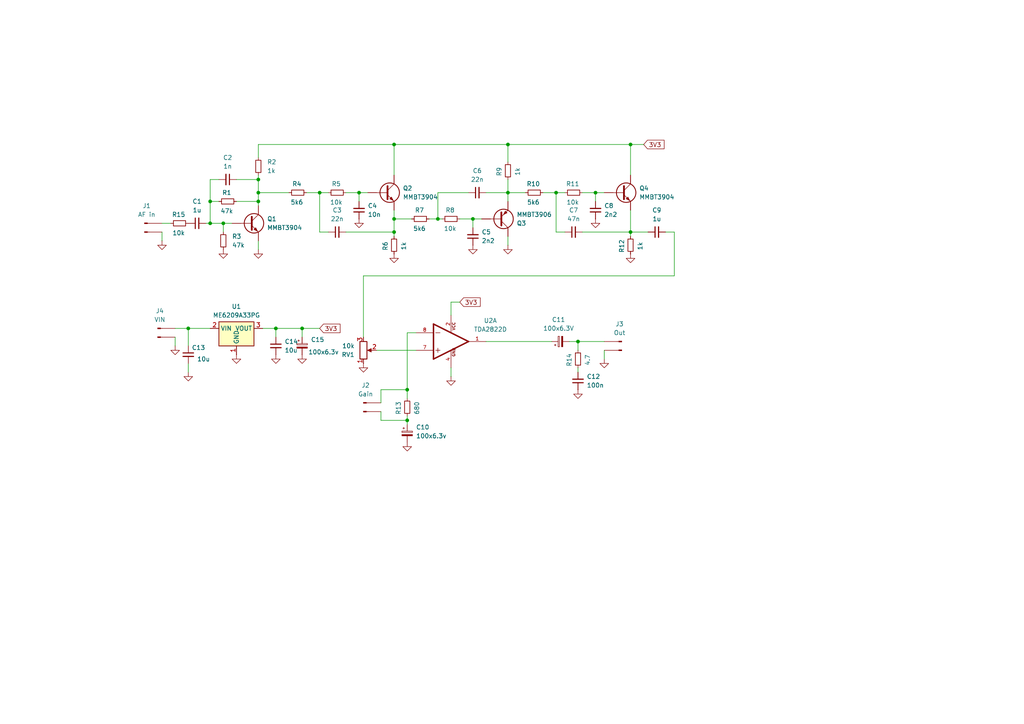
<source format=kicad_sch>
(kicad_sch
	(version 20250114)
	(generator "eeschema")
	(generator_version "9.0")
	(uuid "839e7e80-c10a-4bcc-89d5-c5dcc180e903")
	(paper "A4")
	(lib_symbols
		(symbol "Conn_01x02_Pin_1"
			(pin_numbers
				(hide yes)
			)
			(pin_names
				(offset 1.016)
				(hide yes)
			)
			(exclude_from_sim no)
			(in_bom yes)
			(on_board yes)
			(property "Reference" "J"
				(at 0 2.54 0)
				(effects
					(font
						(size 1.27 1.27)
					)
				)
			)
			(property "Value" "Conn_01x02_Pin"
				(at 0 -5.08 0)
				(effects
					(font
						(size 1.27 1.27)
					)
				)
			)
			(property "Footprint" ""
				(at 0 0 0)
				(effects
					(font
						(size 1.27 1.27)
					)
					(hide yes)
				)
			)
			(property "Datasheet" "~"
				(at 0 0 0)
				(effects
					(font
						(size 1.27 1.27)
					)
					(hide yes)
				)
			)
			(property "Description" "Generic connector, single row, 01x02, script generated"
				(at 0 0 0)
				(effects
					(font
						(size 1.27 1.27)
					)
					(hide yes)
				)
			)
			(property "ki_locked" ""
				(at 0 0 0)
				(effects
					(font
						(size 1.27 1.27)
					)
				)
			)
			(property "ki_keywords" "connector"
				(at 0 0 0)
				(effects
					(font
						(size 1.27 1.27)
					)
					(hide yes)
				)
			)
			(property "ki_fp_filters" "Connector*:*_1x??_*"
				(at 0 0 0)
				(effects
					(font
						(size 1.27 1.27)
					)
					(hide yes)
				)
			)
			(symbol "Conn_01x02_Pin_1_1_1"
				(rectangle
					(start 0.8636 0.127)
					(end 0 -0.127)
					(stroke
						(width 0.1524)
						(type default)
					)
					(fill
						(type outline)
					)
				)
				(rectangle
					(start 0.8636 -2.413)
					(end 0 -2.667)
					(stroke
						(width 0.1524)
						(type default)
					)
					(fill
						(type outline)
					)
				)
				(polyline
					(pts
						(xy 1.27 0) (xy 0.8636 0)
					)
					(stroke
						(width 0.1524)
						(type default)
					)
					(fill
						(type none)
					)
				)
				(polyline
					(pts
						(xy 1.27 -2.54) (xy 0.8636 -2.54)
					)
					(stroke
						(width 0.1524)
						(type default)
					)
					(fill
						(type none)
					)
				)
				(pin passive line
					(at 5.08 0 180)
					(length 3.81)
					(name "Pin_1"
						(effects
							(font
								(size 1.27 1.27)
							)
						)
					)
					(number "1"
						(effects
							(font
								(size 1.27 1.27)
							)
						)
					)
				)
				(pin passive line
					(at 5.08 -2.54 180)
					(length 3.81)
					(name "Pin_2"
						(effects
							(font
								(size 1.27 1.27)
							)
						)
					)
					(number "2"
						(effects
							(font
								(size 1.27 1.27)
							)
						)
					)
				)
			)
			(embedded_fonts no)
		)
		(symbol "Conn_01x02_Pin_2"
			(pin_numbers
				(hide yes)
			)
			(pin_names
				(offset 1.016)
				(hide yes)
			)
			(exclude_from_sim no)
			(in_bom yes)
			(on_board yes)
			(property "Reference" "J"
				(at 0 2.54 0)
				(effects
					(font
						(size 1.27 1.27)
					)
				)
			)
			(property "Value" "Conn_01x02_Pin"
				(at 0 -5.08 0)
				(effects
					(font
						(size 1.27 1.27)
					)
				)
			)
			(property "Footprint" ""
				(at 0 0 0)
				(effects
					(font
						(size 1.27 1.27)
					)
					(hide yes)
				)
			)
			(property "Datasheet" "~"
				(at 0 0 0)
				(effects
					(font
						(size 1.27 1.27)
					)
					(hide yes)
				)
			)
			(property "Description" "Generic connector, single row, 01x02, script generated"
				(at 0 0 0)
				(effects
					(font
						(size 1.27 1.27)
					)
					(hide yes)
				)
			)
			(property "ki_locked" ""
				(at 0 0 0)
				(effects
					(font
						(size 1.27 1.27)
					)
				)
			)
			(property "ki_keywords" "connector"
				(at 0 0 0)
				(effects
					(font
						(size 1.27 1.27)
					)
					(hide yes)
				)
			)
			(property "ki_fp_filters" "Connector*:*_1x??_*"
				(at 0 0 0)
				(effects
					(font
						(size 1.27 1.27)
					)
					(hide yes)
				)
			)
			(symbol "Conn_01x02_Pin_2_1_1"
				(rectangle
					(start 0.8636 0.127)
					(end 0 -0.127)
					(stroke
						(width 0.1524)
						(type default)
					)
					(fill
						(type outline)
					)
				)
				(rectangle
					(start 0.8636 -2.413)
					(end 0 -2.667)
					(stroke
						(width 0.1524)
						(type default)
					)
					(fill
						(type outline)
					)
				)
				(polyline
					(pts
						(xy 1.27 0) (xy 0.8636 0)
					)
					(stroke
						(width 0.1524)
						(type default)
					)
					(fill
						(type none)
					)
				)
				(polyline
					(pts
						(xy 1.27 -2.54) (xy 0.8636 -2.54)
					)
					(stroke
						(width 0.1524)
						(type default)
					)
					(fill
						(type none)
					)
				)
				(pin passive line
					(at 5.08 0 180)
					(length 3.81)
					(name "Pin_1"
						(effects
							(font
								(size 1.27 1.27)
							)
						)
					)
					(number "1"
						(effects
							(font
								(size 1.27 1.27)
							)
						)
					)
				)
				(pin passive line
					(at 5.08 -2.54 180)
					(length 3.81)
					(name "Pin_2"
						(effects
							(font
								(size 1.27 1.27)
							)
						)
					)
					(number "2"
						(effects
							(font
								(size 1.27 1.27)
							)
						)
					)
				)
			)
			(embedded_fonts no)
		)
		(symbol "Conn_01x02_Pin_3"
			(pin_numbers
				(hide yes)
			)
			(pin_names
				(offset 1.016)
				(hide yes)
			)
			(exclude_from_sim no)
			(in_bom yes)
			(on_board yes)
			(property "Reference" "J"
				(at 0 2.54 0)
				(effects
					(font
						(size 1.27 1.27)
					)
				)
			)
			(property "Value" "Conn_01x02_Pin"
				(at 0 -5.08 0)
				(effects
					(font
						(size 1.27 1.27)
					)
				)
			)
			(property "Footprint" ""
				(at 0 0 0)
				(effects
					(font
						(size 1.27 1.27)
					)
					(hide yes)
				)
			)
			(property "Datasheet" "~"
				(at 0 0 0)
				(effects
					(font
						(size 1.27 1.27)
					)
					(hide yes)
				)
			)
			(property "Description" "Generic connector, single row, 01x02, script generated"
				(at 0 0 0)
				(effects
					(font
						(size 1.27 1.27)
					)
					(hide yes)
				)
			)
			(property "ki_locked" ""
				(at 0 0 0)
				(effects
					(font
						(size 1.27 1.27)
					)
				)
			)
			(property "ki_keywords" "connector"
				(at 0 0 0)
				(effects
					(font
						(size 1.27 1.27)
					)
					(hide yes)
				)
			)
			(property "ki_fp_filters" "Connector*:*_1x??_*"
				(at 0 0 0)
				(effects
					(font
						(size 1.27 1.27)
					)
					(hide yes)
				)
			)
			(symbol "Conn_01x02_Pin_3_1_1"
				(rectangle
					(start 0.8636 0.127)
					(end 0 -0.127)
					(stroke
						(width 0.1524)
						(type default)
					)
					(fill
						(type outline)
					)
				)
				(rectangle
					(start 0.8636 -2.413)
					(end 0 -2.667)
					(stroke
						(width 0.1524)
						(type default)
					)
					(fill
						(type outline)
					)
				)
				(polyline
					(pts
						(xy 1.27 0) (xy 0.8636 0)
					)
					(stroke
						(width 0.1524)
						(type default)
					)
					(fill
						(type none)
					)
				)
				(polyline
					(pts
						(xy 1.27 -2.54) (xy 0.8636 -2.54)
					)
					(stroke
						(width 0.1524)
						(type default)
					)
					(fill
						(type none)
					)
				)
				(pin passive line
					(at 5.08 0 180)
					(length 3.81)
					(name "Pin_1"
						(effects
							(font
								(size 1.27 1.27)
							)
						)
					)
					(number "1"
						(effects
							(font
								(size 1.27 1.27)
							)
						)
					)
				)
				(pin passive line
					(at 5.08 -2.54 180)
					(length 3.81)
					(name "Pin_2"
						(effects
							(font
								(size 1.27 1.27)
							)
						)
					)
					(number "2"
						(effects
							(font
								(size 1.27 1.27)
							)
						)
					)
				)
			)
			(embedded_fonts no)
		)
		(symbol "Connector:Conn_01x02_Pin"
			(pin_numbers
				(hide yes)
			)
			(pin_names
				(offset 1.016)
				(hide yes)
			)
			(exclude_from_sim no)
			(in_bom yes)
			(on_board yes)
			(property "Reference" "J"
				(at 0 2.54 0)
				(effects
					(font
						(size 1.27 1.27)
					)
				)
			)
			(property "Value" "Conn_01x02_Pin"
				(at 0 -5.08 0)
				(effects
					(font
						(size 1.27 1.27)
					)
				)
			)
			(property "Footprint" ""
				(at 0 0 0)
				(effects
					(font
						(size 1.27 1.27)
					)
					(hide yes)
				)
			)
			(property "Datasheet" "~"
				(at 0 0 0)
				(effects
					(font
						(size 1.27 1.27)
					)
					(hide yes)
				)
			)
			(property "Description" "Generic connector, single row, 01x02, script generated"
				(at 0 0 0)
				(effects
					(font
						(size 1.27 1.27)
					)
					(hide yes)
				)
			)
			(property "ki_locked" ""
				(at 0 0 0)
				(effects
					(font
						(size 1.27 1.27)
					)
				)
			)
			(property "ki_keywords" "connector"
				(at 0 0 0)
				(effects
					(font
						(size 1.27 1.27)
					)
					(hide yes)
				)
			)
			(property "ki_fp_filters" "Connector*:*_1x??_*"
				(at 0 0 0)
				(effects
					(font
						(size 1.27 1.27)
					)
					(hide yes)
				)
			)
			(symbol "Conn_01x02_Pin_1_1"
				(rectangle
					(start 0.8636 0.127)
					(end 0 -0.127)
					(stroke
						(width 0.1524)
						(type default)
					)
					(fill
						(type outline)
					)
				)
				(rectangle
					(start 0.8636 -2.413)
					(end 0 -2.667)
					(stroke
						(width 0.1524)
						(type default)
					)
					(fill
						(type outline)
					)
				)
				(polyline
					(pts
						(xy 1.27 0) (xy 0.8636 0)
					)
					(stroke
						(width 0.1524)
						(type default)
					)
					(fill
						(type none)
					)
				)
				(polyline
					(pts
						(xy 1.27 -2.54) (xy 0.8636 -2.54)
					)
					(stroke
						(width 0.1524)
						(type default)
					)
					(fill
						(type none)
					)
				)
				(pin passive line
					(at 5.08 0 180)
					(length 3.81)
					(name "Pin_1"
						(effects
							(font
								(size 1.27 1.27)
							)
						)
					)
					(number "1"
						(effects
							(font
								(size 1.27 1.27)
							)
						)
					)
				)
				(pin passive line
					(at 5.08 -2.54 180)
					(length 3.81)
					(name "Pin_2"
						(effects
							(font
								(size 1.27 1.27)
							)
						)
					)
					(number "2"
						(effects
							(font
								(size 1.27 1.27)
							)
						)
					)
				)
			)
			(embedded_fonts no)
		)
		(symbol "Device:C_Polarized_Small"
			(pin_numbers
				(hide yes)
			)
			(pin_names
				(offset 0.254)
				(hide yes)
			)
			(exclude_from_sim no)
			(in_bom yes)
			(on_board yes)
			(property "Reference" "C"
				(at 0.254 1.778 0)
				(effects
					(font
						(size 1.27 1.27)
					)
					(justify left)
				)
			)
			(property "Value" "C_Polarized_Small"
				(at 0.254 -2.032 0)
				(effects
					(font
						(size 1.27 1.27)
					)
					(justify left)
				)
			)
			(property "Footprint" ""
				(at 0 0 0)
				(effects
					(font
						(size 1.27 1.27)
					)
					(hide yes)
				)
			)
			(property "Datasheet" "~"
				(at 0 0 0)
				(effects
					(font
						(size 1.27 1.27)
					)
					(hide yes)
				)
			)
			(property "Description" "Polarized capacitor, small symbol"
				(at 0 0 0)
				(effects
					(font
						(size 1.27 1.27)
					)
					(hide yes)
				)
			)
			(property "ki_keywords" "cap capacitor"
				(at 0 0 0)
				(effects
					(font
						(size 1.27 1.27)
					)
					(hide yes)
				)
			)
			(property "ki_fp_filters" "CP_*"
				(at 0 0 0)
				(effects
					(font
						(size 1.27 1.27)
					)
					(hide yes)
				)
			)
			(symbol "C_Polarized_Small_0_1"
				(rectangle
					(start -1.524 0.6858)
					(end 1.524 0.3048)
					(stroke
						(width 0)
						(type default)
					)
					(fill
						(type none)
					)
				)
				(rectangle
					(start -1.524 -0.3048)
					(end 1.524 -0.6858)
					(stroke
						(width 0)
						(type default)
					)
					(fill
						(type outline)
					)
				)
				(polyline
					(pts
						(xy -1.27 1.524) (xy -0.762 1.524)
					)
					(stroke
						(width 0)
						(type default)
					)
					(fill
						(type none)
					)
				)
				(polyline
					(pts
						(xy -1.016 1.27) (xy -1.016 1.778)
					)
					(stroke
						(width 0)
						(type default)
					)
					(fill
						(type none)
					)
				)
			)
			(symbol "C_Polarized_Small_1_1"
				(pin passive line
					(at 0 2.54 270)
					(length 1.8542)
					(name "~"
						(effects
							(font
								(size 1.27 1.27)
							)
						)
					)
					(number "1"
						(effects
							(font
								(size 1.27 1.27)
							)
						)
					)
				)
				(pin passive line
					(at 0 -2.54 90)
					(length 1.8542)
					(name "~"
						(effects
							(font
								(size 1.27 1.27)
							)
						)
					)
					(number "2"
						(effects
							(font
								(size 1.27 1.27)
							)
						)
					)
				)
			)
			(embedded_fonts no)
		)
		(symbol "Device:C_Small"
			(pin_numbers
				(hide yes)
			)
			(pin_names
				(offset 0.254)
				(hide yes)
			)
			(exclude_from_sim no)
			(in_bom yes)
			(on_board yes)
			(property "Reference" "C"
				(at 0.254 1.778 0)
				(effects
					(font
						(size 1.27 1.27)
					)
					(justify left)
				)
			)
			(property "Value" "C_Small"
				(at 0.254 -2.032 0)
				(effects
					(font
						(size 1.27 1.27)
					)
					(justify left)
				)
			)
			(property "Footprint" ""
				(at 0 0 0)
				(effects
					(font
						(size 1.27 1.27)
					)
					(hide yes)
				)
			)
			(property "Datasheet" "~"
				(at 0 0 0)
				(effects
					(font
						(size 1.27 1.27)
					)
					(hide yes)
				)
			)
			(property "Description" "Unpolarized capacitor, small symbol"
				(at 0 0 0)
				(effects
					(font
						(size 1.27 1.27)
					)
					(hide yes)
				)
			)
			(property "ki_keywords" "capacitor cap"
				(at 0 0 0)
				(effects
					(font
						(size 1.27 1.27)
					)
					(hide yes)
				)
			)
			(property "ki_fp_filters" "C_*"
				(at 0 0 0)
				(effects
					(font
						(size 1.27 1.27)
					)
					(hide yes)
				)
			)
			(symbol "C_Small_0_1"
				(polyline
					(pts
						(xy -1.524 0.508) (xy 1.524 0.508)
					)
					(stroke
						(width 0.3048)
						(type default)
					)
					(fill
						(type none)
					)
				)
				(polyline
					(pts
						(xy -1.524 -0.508) (xy 1.524 -0.508)
					)
					(stroke
						(width 0.3302)
						(type default)
					)
					(fill
						(type none)
					)
				)
			)
			(symbol "C_Small_1_1"
				(pin passive line
					(at 0 2.54 270)
					(length 2.032)
					(name "~"
						(effects
							(font
								(size 1.27 1.27)
							)
						)
					)
					(number "1"
						(effects
							(font
								(size 1.27 1.27)
							)
						)
					)
				)
				(pin passive line
					(at 0 -2.54 90)
					(length 2.032)
					(name "~"
						(effects
							(font
								(size 1.27 1.27)
							)
						)
					)
					(number "2"
						(effects
							(font
								(size 1.27 1.27)
							)
						)
					)
				)
			)
			(embedded_fonts no)
		)
		(symbol "Device:R_Potentiometer"
			(pin_names
				(offset 1.016)
				(hide yes)
			)
			(exclude_from_sim no)
			(in_bom yes)
			(on_board yes)
			(property "Reference" "RV"
				(at -4.445 0 90)
				(effects
					(font
						(size 1.27 1.27)
					)
				)
			)
			(property "Value" "R_Potentiometer"
				(at -2.54 0 90)
				(effects
					(font
						(size 1.27 1.27)
					)
				)
			)
			(property "Footprint" ""
				(at 0 0 0)
				(effects
					(font
						(size 1.27 1.27)
					)
					(hide yes)
				)
			)
			(property "Datasheet" "~"
				(at 0 0 0)
				(effects
					(font
						(size 1.27 1.27)
					)
					(hide yes)
				)
			)
			(property "Description" "Potentiometer"
				(at 0 0 0)
				(effects
					(font
						(size 1.27 1.27)
					)
					(hide yes)
				)
			)
			(property "ki_keywords" "resistor variable"
				(at 0 0 0)
				(effects
					(font
						(size 1.27 1.27)
					)
					(hide yes)
				)
			)
			(property "ki_fp_filters" "Potentiometer*"
				(at 0 0 0)
				(effects
					(font
						(size 1.27 1.27)
					)
					(hide yes)
				)
			)
			(symbol "R_Potentiometer_0_1"
				(rectangle
					(start 1.016 2.54)
					(end -1.016 -2.54)
					(stroke
						(width 0.254)
						(type default)
					)
					(fill
						(type none)
					)
				)
				(polyline
					(pts
						(xy 1.143 0) (xy 2.286 0.508) (xy 2.286 -0.508) (xy 1.143 0)
					)
					(stroke
						(width 0)
						(type default)
					)
					(fill
						(type outline)
					)
				)
				(polyline
					(pts
						(xy 2.54 0) (xy 1.524 0)
					)
					(stroke
						(width 0)
						(type default)
					)
					(fill
						(type none)
					)
				)
			)
			(symbol "R_Potentiometer_1_1"
				(pin passive line
					(at 0 3.81 270)
					(length 1.27)
					(name "1"
						(effects
							(font
								(size 1.27 1.27)
							)
						)
					)
					(number "1"
						(effects
							(font
								(size 1.27 1.27)
							)
						)
					)
				)
				(pin passive line
					(at 0 -3.81 90)
					(length 1.27)
					(name "3"
						(effects
							(font
								(size 1.27 1.27)
							)
						)
					)
					(number "3"
						(effects
							(font
								(size 1.27 1.27)
							)
						)
					)
				)
				(pin passive line
					(at 3.81 0 180)
					(length 1.27)
					(name "2"
						(effects
							(font
								(size 1.27 1.27)
							)
						)
					)
					(number "2"
						(effects
							(font
								(size 1.27 1.27)
							)
						)
					)
				)
			)
			(embedded_fonts no)
		)
		(symbol "Device:R_Small"
			(pin_numbers
				(hide yes)
			)
			(pin_names
				(offset 0.254)
				(hide yes)
			)
			(exclude_from_sim no)
			(in_bom yes)
			(on_board yes)
			(property "Reference" "R"
				(at 0.762 0.508 0)
				(effects
					(font
						(size 1.27 1.27)
					)
					(justify left)
				)
			)
			(property "Value" "R_Small"
				(at 0.762 -1.016 0)
				(effects
					(font
						(size 1.27 1.27)
					)
					(justify left)
				)
			)
			(property "Footprint" ""
				(at 0 0 0)
				(effects
					(font
						(size 1.27 1.27)
					)
					(hide yes)
				)
			)
			(property "Datasheet" "~"
				(at 0 0 0)
				(effects
					(font
						(size 1.27 1.27)
					)
					(hide yes)
				)
			)
			(property "Description" "Resistor, small symbol"
				(at 0 0 0)
				(effects
					(font
						(size 1.27 1.27)
					)
					(hide yes)
				)
			)
			(property "ki_keywords" "R resistor"
				(at 0 0 0)
				(effects
					(font
						(size 1.27 1.27)
					)
					(hide yes)
				)
			)
			(property "ki_fp_filters" "R_*"
				(at 0 0 0)
				(effects
					(font
						(size 1.27 1.27)
					)
					(hide yes)
				)
			)
			(symbol "R_Small_0_1"
				(rectangle
					(start -0.762 1.778)
					(end 0.762 -1.778)
					(stroke
						(width 0.2032)
						(type default)
					)
					(fill
						(type none)
					)
				)
			)
			(symbol "R_Small_1_1"
				(pin passive line
					(at 0 2.54 270)
					(length 0.762)
					(name "~"
						(effects
							(font
								(size 1.27 1.27)
							)
						)
					)
					(number "1"
						(effects
							(font
								(size 1.27 1.27)
							)
						)
					)
				)
				(pin passive line
					(at 0 -2.54 90)
					(length 0.762)
					(name "~"
						(effects
							(font
								(size 1.27 1.27)
							)
						)
					)
					(number "2"
						(effects
							(font
								(size 1.27 1.27)
							)
						)
					)
				)
			)
			(embedded_fonts no)
		)
		(symbol "ME6209:ME6209"
			(exclude_from_sim no)
			(in_bom yes)
			(on_board yes)
			(property "Reference" "U1"
				(at 0 6.35 0)
				(effects
					(font
						(size 1.27 1.27)
					)
				)
			)
			(property "Value" "ME6209"
				(at 0 3.81 0)
				(effects
					(font
						(size 1.27 1.27)
					)
				)
			)
			(property "Footprint" "Package_TO_SOT_SMD:SOT-89-3_TabPin2"
				(at 0 5.08 0)
				(effects
					(font
						(size 1.27 1.27)
					)
					(hide yes)
				)
			)
			(property "Datasheet" ""
				(at 2.54 -6.35 0)
				(effects
					(font
						(size 1.27 1.27)
					)
					(hide yes)
				)
			)
			(property "Description" ""
				(at 0 0 0)
				(effects
					(font
						(size 1.27 1.27)
					)
					(hide yes)
				)
			)
			(property "ki_keywords" "linear regulator ldo adjustable positive"
				(at 0 0 0)
				(effects
					(font
						(size 1.27 1.27)
					)
					(hide yes)
				)
			)
			(property "ki_fp_filters" "SOT?223*TabPin2*"
				(at 0 0 0)
				(effects
					(font
						(size 1.27 1.27)
					)
					(hide yes)
				)
			)
			(symbol "ME6209_0_1"
				(rectangle
					(start -5.08 -5.08)
					(end 5.08 1.905)
					(stroke
						(width 0.254)
						(type default)
					)
					(fill
						(type background)
					)
				)
			)
			(symbol "ME6209_1_1"
				(pin power_in line
					(at -7.62 0 0)
					(length 2.54)
					(name "VIN"
						(effects
							(font
								(size 1.27 1.27)
							)
						)
					)
					(number "2"
						(effects
							(font
								(size 1.27 1.27)
							)
						)
					)
				)
				(pin power_in line
					(at 0 -7.62 90)
					(length 2.54)
					(name "GND"
						(effects
							(font
								(size 1.27 1.27)
							)
						)
					)
					(number "1"
						(effects
							(font
								(size 1.27 1.27)
							)
						)
					)
				)
				(pin power_out line
					(at 7.62 0 180)
					(length 2.54)
					(name "VOUT"
						(effects
							(font
								(size 1.27 1.27)
							)
						)
					)
					(number "3"
						(effects
							(font
								(size 1.27 1.27)
							)
						)
					)
				)
			)
			(embedded_fonts no)
		)
		(symbol "TDA2822D:TDA2822D"
			(pin_names
				(offset 1.016)
			)
			(exclude_from_sim no)
			(in_bom yes)
			(on_board yes)
			(property "Reference" "U"
				(at 5.08 3.175 0)
				(effects
					(font
						(size 1.27 1.27)
					)
					(justify left bottom)
				)
			)
			(property "Value" "TDA2822D"
				(at 5.08 -5.08 0)
				(effects
					(font
						(size 1.27 1.27)
					)
					(justify left bottom)
				)
			)
			(property "Footprint" "TDA2822D:SOIC127P600X175-8N"
				(at 0 0 0)
				(effects
					(font
						(size 1.27 1.27)
					)
					(justify bottom)
					(hide yes)
				)
			)
			(property "Datasheet" ""
				(at 0 0 0)
				(effects
					(font
						(size 1.27 1.27)
					)
					(hide yes)
				)
			)
			(property "Description" ""
				(at 0 0 0)
				(effects
					(font
						(size 1.27 1.27)
					)
					(hide yes)
				)
			)
			(property "MF" "STMicroelectronics"
				(at 0 0 0)
				(effects
					(font
						(size 1.27 1.27)
					)
					(justify bottom)
					(hide yes)
				)
			)
			(property "MAXIMUM_PACKAGE_HEIGHT" "1.75 mm"
				(at 0 0 0)
				(effects
					(font
						(size 1.27 1.27)
					)
					(justify bottom)
					(hide yes)
				)
			)
			(property "Package" "SOIC-8 STMicroelectronics"
				(at 0 0 0)
				(effects
					(font
						(size 1.27 1.27)
					)
					(justify bottom)
					(hide yes)
				)
			)
			(property "Price" "None"
				(at 0 0 0)
				(effects
					(font
						(size 1.27 1.27)
					)
					(justify bottom)
					(hide yes)
				)
			)
			(property "Check_prices" "https://www.snapeda.com/parts/TDA2822D/STMicroelectronics/view-part/?ref=eda"
				(at 0 0 0)
				(effects
					(font
						(size 1.27 1.27)
					)
					(justify bottom)
					(hide yes)
				)
			)
			(property "STANDARD" "IPC-7351B"
				(at 0 0 0)
				(effects
					(font
						(size 1.27 1.27)
					)
					(justify bottom)
					(hide yes)
				)
			)
			(property "PARTREV" "September 2003"
				(at 0 0 0)
				(effects
					(font
						(size 1.27 1.27)
					)
					(justify bottom)
					(hide yes)
				)
			)
			(property "SnapEDA_Link" "https://www.snapeda.com/parts/TDA2822D/STMicroelectronics/view-part/?ref=snap"
				(at 0 0 0)
				(effects
					(font
						(size 1.27 1.27)
					)
					(justify bottom)
					(hide yes)
				)
			)
			(property "MP" "TDA2822D"
				(at 0 0 0)
				(effects
					(font
						(size 1.27 1.27)
					)
					(justify bottom)
					(hide yes)
				)
			)
			(property "Description_1" "Amplifier IC 1-Channel (Mono) or 2-Channel (Stereo) Class AB 8-SOIC"
				(at 0 0 0)
				(effects
					(font
						(size 1.27 1.27)
					)
					(justify bottom)
					(hide yes)
				)
			)
			(property "Availability" "In Stock"
				(at 0 0 0)
				(effects
					(font
						(size 1.27 1.27)
					)
					(justify bottom)
					(hide yes)
				)
			)
			(property "MANUFACTURER" "ST Microelectronics"
				(at 0 0 0)
				(effects
					(font
						(size 1.27 1.27)
					)
					(justify bottom)
					(hide yes)
				)
			)
			(symbol "TDA2822D_1_0"
				(polyline
					(pts
						(xy -2.54 5.08) (xy -2.54 -5.08)
					)
					(stroke
						(width 0.4064)
						(type default)
					)
					(fill
						(type none)
					)
				)
				(polyline
					(pts
						(xy -2.54 -5.08) (xy 7.62 0)
					)
					(stroke
						(width 0.4064)
						(type default)
					)
					(fill
						(type none)
					)
				)
				(polyline
					(pts
						(xy -1.905 2.54) (xy -0.635 2.54)
					)
					(stroke
						(width 0.1524)
						(type default)
					)
					(fill
						(type none)
					)
				)
				(polyline
					(pts
						(xy -1.905 -2.54) (xy -0.635 -2.54)
					)
					(stroke
						(width 0.1524)
						(type default)
					)
					(fill
						(type none)
					)
				)
				(polyline
					(pts
						(xy -1.27 -1.905) (xy -1.27 -3.175)
					)
					(stroke
						(width 0.1524)
						(type default)
					)
					(fill
						(type none)
					)
				)
				(polyline
					(pts
						(xy 7.62 0) (xy -2.54 5.08)
					)
					(stroke
						(width 0.4064)
						(type default)
					)
					(fill
						(type none)
					)
				)
				(text "VCC"
					(at 3.81 3.175 900)
					(effects
						(font
							(size 0.8128 0.8128)
						)
						(justify left bottom)
					)
				)
				(text "GND"
					(at 3.81 -4.445 900)
					(effects
						(font
							(size 0.8128 0.8128)
						)
						(justify left bottom)
					)
				)
				(pin input line
					(at -7.62 2.54 0)
					(length 5.08)
					(name "~"
						(effects
							(font
								(size 1.016 1.016)
							)
						)
					)
					(number "8"
						(effects
							(font
								(size 1.016 1.016)
							)
						)
					)
				)
				(pin input line
					(at -7.62 -2.54 0)
					(length 5.08)
					(name "~"
						(effects
							(font
								(size 1.016 1.016)
							)
						)
					)
					(number "7"
						(effects
							(font
								(size 1.016 1.016)
							)
						)
					)
				)
				(pin power_in line
					(at 2.54 7.62 270)
					(length 5.08)
					(name "~"
						(effects
							(font
								(size 1.016 1.016)
							)
						)
					)
					(number "2"
						(effects
							(font
								(size 1.016 1.016)
							)
						)
					)
				)
				(pin power_in line
					(at 2.54 -7.62 90)
					(length 5.08)
					(name "~"
						(effects
							(font
								(size 1.016 1.016)
							)
						)
					)
					(number "4"
						(effects
							(font
								(size 1.016 1.016)
							)
						)
					)
				)
				(pin output line
					(at 12.7 0 180)
					(length 5.08)
					(name "~"
						(effects
							(font
								(size 1.016 1.016)
							)
						)
					)
					(number "1"
						(effects
							(font
								(size 1.016 1.016)
							)
						)
					)
				)
			)
			(symbol "TDA2822D_2_0"
				(polyline
					(pts
						(xy -2.54 5.08) (xy -2.54 -5.08)
					)
					(stroke
						(width 0.4064)
						(type default)
					)
					(fill
						(type none)
					)
				)
				(polyline
					(pts
						(xy -2.54 -5.08) (xy 7.62 0)
					)
					(stroke
						(width 0.4064)
						(type default)
					)
					(fill
						(type none)
					)
				)
				(polyline
					(pts
						(xy -1.905 2.54) (xy -0.635 2.54)
					)
					(stroke
						(width 0.1524)
						(type default)
					)
					(fill
						(type none)
					)
				)
				(polyline
					(pts
						(xy -1.905 -2.54) (xy -0.635 -2.54)
					)
					(stroke
						(width 0.1524)
						(type default)
					)
					(fill
						(type none)
					)
				)
				(polyline
					(pts
						(xy -1.27 -1.905) (xy -1.27 -3.175)
					)
					(stroke
						(width 0.1524)
						(type default)
					)
					(fill
						(type none)
					)
				)
				(polyline
					(pts
						(xy 7.62 0) (xy -2.54 5.08)
					)
					(stroke
						(width 0.4064)
						(type default)
					)
					(fill
						(type none)
					)
				)
				(pin input line
					(at -7.62 2.54 0)
					(length 5.08)
					(name "~"
						(effects
							(font
								(size 1.016 1.016)
							)
						)
					)
					(number "5"
						(effects
							(font
								(size 1.016 1.016)
							)
						)
					)
				)
				(pin input line
					(at -7.62 -2.54 0)
					(length 5.08)
					(name "~"
						(effects
							(font
								(size 1.016 1.016)
							)
						)
					)
					(number "6"
						(effects
							(font
								(size 1.016 1.016)
							)
						)
					)
				)
				(pin output line
					(at 12.7 0 180)
					(length 5.08)
					(name "~"
						(effects
							(font
								(size 1.016 1.016)
							)
						)
					)
					(number "3"
						(effects
							(font
								(size 1.016 1.016)
							)
						)
					)
				)
			)
			(embedded_fonts no)
		)
		(symbol "Transistor_BJT:MMBT3904"
			(pin_numbers
				(hide yes)
			)
			(pin_names
				(offset 0)
				(hide yes)
			)
			(exclude_from_sim no)
			(in_bom yes)
			(on_board yes)
			(property "Reference" "Q"
				(at 5.08 1.905 0)
				(effects
					(font
						(size 1.27 1.27)
					)
					(justify left)
				)
			)
			(property "Value" "MMBT3904"
				(at 5.08 0 0)
				(effects
					(font
						(size 1.27 1.27)
					)
					(justify left)
				)
			)
			(property "Footprint" "Package_TO_SOT_SMD:SOT-23"
				(at 5.08 -1.905 0)
				(effects
					(font
						(size 1.27 1.27)
						(italic yes)
					)
					(justify left)
					(hide yes)
				)
			)
			(property "Datasheet" "https://www.onsemi.com/pdf/datasheet/pzt3904-d.pdf"
				(at 0 0 0)
				(effects
					(font
						(size 1.27 1.27)
					)
					(justify left)
					(hide yes)
				)
			)
			(property "Description" "0.2A Ic, 40V Vce, Small Signal NPN Transistor, SOT-23"
				(at 0 0 0)
				(effects
					(font
						(size 1.27 1.27)
					)
					(hide yes)
				)
			)
			(property "ki_keywords" "NPN Transistor"
				(at 0 0 0)
				(effects
					(font
						(size 1.27 1.27)
					)
					(hide yes)
				)
			)
			(property "ki_fp_filters" "SOT?23*"
				(at 0 0 0)
				(effects
					(font
						(size 1.27 1.27)
					)
					(hide yes)
				)
			)
			(symbol "MMBT3904_0_1"
				(polyline
					(pts
						(xy -2.54 0) (xy 0.635 0)
					)
					(stroke
						(width 0)
						(type default)
					)
					(fill
						(type none)
					)
				)
				(polyline
					(pts
						(xy 0.635 1.905) (xy 0.635 -1.905)
					)
					(stroke
						(width 0.508)
						(type default)
					)
					(fill
						(type none)
					)
				)
				(circle
					(center 1.27 0)
					(radius 2.8194)
					(stroke
						(width 0.254)
						(type default)
					)
					(fill
						(type none)
					)
				)
			)
			(symbol "MMBT3904_1_1"
				(polyline
					(pts
						(xy 0.635 0.635) (xy 2.54 2.54)
					)
					(stroke
						(width 0)
						(type default)
					)
					(fill
						(type none)
					)
				)
				(polyline
					(pts
						(xy 0.635 -0.635) (xy 2.54 -2.54)
					)
					(stroke
						(width 0)
						(type default)
					)
					(fill
						(type none)
					)
				)
				(polyline
					(pts
						(xy 1.27 -1.778) (xy 1.778 -1.27) (xy 2.286 -2.286) (xy 1.27 -1.778)
					)
					(stroke
						(width 0)
						(type default)
					)
					(fill
						(type outline)
					)
				)
				(pin input line
					(at -5.08 0 0)
					(length 2.54)
					(name "B"
						(effects
							(font
								(size 1.27 1.27)
							)
						)
					)
					(number "1"
						(effects
							(font
								(size 1.27 1.27)
							)
						)
					)
				)
				(pin passive line
					(at 2.54 5.08 270)
					(length 2.54)
					(name "C"
						(effects
							(font
								(size 1.27 1.27)
							)
						)
					)
					(number "3"
						(effects
							(font
								(size 1.27 1.27)
							)
						)
					)
				)
				(pin passive line
					(at 2.54 -5.08 90)
					(length 2.54)
					(name "E"
						(effects
							(font
								(size 1.27 1.27)
							)
						)
					)
					(number "2"
						(effects
							(font
								(size 1.27 1.27)
							)
						)
					)
				)
			)
			(embedded_fonts no)
		)
		(symbol "Transistor_BJT:MMBT3906"
			(pin_numbers
				(hide yes)
			)
			(pin_names
				(offset 0)
				(hide yes)
			)
			(exclude_from_sim no)
			(in_bom yes)
			(on_board yes)
			(property "Reference" "Q"
				(at 5.08 1.905 0)
				(effects
					(font
						(size 1.27 1.27)
					)
					(justify left)
				)
			)
			(property "Value" "MMBT3906"
				(at 5.08 0 0)
				(effects
					(font
						(size 1.27 1.27)
					)
					(justify left)
				)
			)
			(property "Footprint" "Package_TO_SOT_SMD:SOT-23"
				(at 5.08 -1.905 0)
				(effects
					(font
						(size 1.27 1.27)
						(italic yes)
					)
					(justify left)
					(hide yes)
				)
			)
			(property "Datasheet" "https://www.onsemi.com/pdf/datasheet/pzt3906-d.pdf"
				(at 0 0 0)
				(effects
					(font
						(size 1.27 1.27)
					)
					(justify left)
					(hide yes)
				)
			)
			(property "Description" "-0.2A Ic, -40V Vce, Small Signal PNP Transistor, SOT-23"
				(at 0 0 0)
				(effects
					(font
						(size 1.27 1.27)
					)
					(hide yes)
				)
			)
			(property "ki_keywords" "PNP Transistor"
				(at 0 0 0)
				(effects
					(font
						(size 1.27 1.27)
					)
					(hide yes)
				)
			)
			(property "ki_fp_filters" "SOT?23*"
				(at 0 0 0)
				(effects
					(font
						(size 1.27 1.27)
					)
					(hide yes)
				)
			)
			(symbol "MMBT3906_0_1"
				(polyline
					(pts
						(xy -2.54 0) (xy 0.635 0)
					)
					(stroke
						(width 0)
						(type default)
					)
					(fill
						(type none)
					)
				)
				(polyline
					(pts
						(xy 0.635 1.905) (xy 0.635 -1.905)
					)
					(stroke
						(width 0.508)
						(type default)
					)
					(fill
						(type none)
					)
				)
				(polyline
					(pts
						(xy 0.635 0.635) (xy 2.54 2.54)
					)
					(stroke
						(width 0)
						(type default)
					)
					(fill
						(type none)
					)
				)
				(polyline
					(pts
						(xy 0.635 -0.635) (xy 2.54 -2.54)
					)
					(stroke
						(width 0)
						(type default)
					)
					(fill
						(type none)
					)
				)
				(circle
					(center 1.27 0)
					(radius 2.8194)
					(stroke
						(width 0.254)
						(type default)
					)
					(fill
						(type none)
					)
				)
				(polyline
					(pts
						(xy 2.286 -1.778) (xy 1.778 -2.286) (xy 1.27 -1.27) (xy 2.286 -1.778)
					)
					(stroke
						(width 0)
						(type default)
					)
					(fill
						(type outline)
					)
				)
			)
			(symbol "MMBT3906_1_1"
				(pin input line
					(at -5.08 0 0)
					(length 2.54)
					(name "B"
						(effects
							(font
								(size 1.27 1.27)
							)
						)
					)
					(number "1"
						(effects
							(font
								(size 1.27 1.27)
							)
						)
					)
				)
				(pin passive line
					(at 2.54 5.08 270)
					(length 2.54)
					(name "C"
						(effects
							(font
								(size 1.27 1.27)
							)
						)
					)
					(number "3"
						(effects
							(font
								(size 1.27 1.27)
							)
						)
					)
				)
				(pin passive line
					(at 2.54 -5.08 90)
					(length 2.54)
					(name "E"
						(effects
							(font
								(size 1.27 1.27)
							)
						)
					)
					(number "2"
						(effects
							(font
								(size 1.27 1.27)
							)
						)
					)
				)
			)
			(embedded_fonts no)
		)
		(symbol "power:GND"
			(power)
			(pin_numbers
				(hide yes)
			)
			(pin_names
				(offset 0)
				(hide yes)
			)
			(exclude_from_sim no)
			(in_bom yes)
			(on_board yes)
			(property "Reference" "#PWR"
				(at 0 -6.35 0)
				(effects
					(font
						(size 1.27 1.27)
					)
					(hide yes)
				)
			)
			(property "Value" "GND"
				(at 0 -3.81 0)
				(effects
					(font
						(size 1.27 1.27)
					)
				)
			)
			(property "Footprint" ""
				(at 0 0 0)
				(effects
					(font
						(size 1.27 1.27)
					)
					(hide yes)
				)
			)
			(property "Datasheet" ""
				(at 0 0 0)
				(effects
					(font
						(size 1.27 1.27)
					)
					(hide yes)
				)
			)
			(property "Description" "Power symbol creates a global label with name \"GND\" , ground"
				(at 0 0 0)
				(effects
					(font
						(size 1.27 1.27)
					)
					(hide yes)
				)
			)
			(property "ki_keywords" "global power"
				(at 0 0 0)
				(effects
					(font
						(size 1.27 1.27)
					)
					(hide yes)
				)
			)
			(symbol "GND_0_1"
				(polyline
					(pts
						(xy 0 0) (xy 0 -1.27) (xy 1.27 -1.27) (xy 0 -2.54) (xy -1.27 -1.27) (xy 0 -1.27)
					)
					(stroke
						(width 0)
						(type default)
					)
					(fill
						(type none)
					)
				)
			)
			(symbol "GND_1_1"
				(pin power_in line
					(at 0 0 270)
					(length 0)
					(name "~"
						(effects
							(font
								(size 1.27 1.27)
							)
						)
					)
					(number "1"
						(effects
							(font
								(size 1.27 1.27)
							)
						)
					)
				)
			)
			(embedded_fonts no)
		)
	)
	(junction
		(at 87.63 95.25)
		(diameter 0)
		(color 0 0 0 0)
		(uuid "251ecc61-a7e8-41f1-b192-6bb08461f8f8")
	)
	(junction
		(at 137.16 63.5)
		(diameter 0)
		(color 0 0 0 0)
		(uuid "267f0345-738e-4ff2-8ad8-d5514ed6724c")
	)
	(junction
		(at 54.61 95.25)
		(diameter 0)
		(color 0 0 0 0)
		(uuid "291c7865-cde0-4157-8bf5-f927a5f86f0a")
	)
	(junction
		(at 127 63.5)
		(diameter 0)
		(color 0 0 0 0)
		(uuid "2b5dff88-6918-4b50-b105-6116e0cba45b")
	)
	(junction
		(at 182.88 67.31)
		(diameter 0)
		(color 0 0 0 0)
		(uuid "2bd40225-785c-41c7-8a91-68022b019bd4")
	)
	(junction
		(at 114.3 67.31)
		(diameter 0)
		(color 0 0 0 0)
		(uuid "40dcec1b-2d8b-4ce3-8750-be4768710254")
	)
	(junction
		(at 147.32 55.88)
		(diameter 0)
		(color 0 0 0 0)
		(uuid "535773a3-1021-4daa-a336-fce716182c63")
	)
	(junction
		(at 114.3 41.91)
		(diameter 0)
		(color 0 0 0 0)
		(uuid "5444f7ba-71ad-4fdf-ae3c-c22a21cf44ba")
	)
	(junction
		(at 182.88 41.91)
		(diameter 0)
		(color 0 0 0 0)
		(uuid "5519e759-9b6a-4b07-a3d1-bb3d4f58cefe")
	)
	(junction
		(at 74.93 52.07)
		(diameter 0)
		(color 0 0 0 0)
		(uuid "562b654d-fa0c-4289-9522-de877046c6ae")
	)
	(junction
		(at 104.14 55.88)
		(diameter 0)
		(color 0 0 0 0)
		(uuid "80bcc2cb-b878-4fd7-bf24-ab06ac8c8384")
	)
	(junction
		(at 74.93 58.42)
		(diameter 0)
		(color 0 0 0 0)
		(uuid "88bbcbd3-f8a0-426c-a9ba-c1eb87649db1")
	)
	(junction
		(at 118.11 121.92)
		(diameter 0)
		(color 0 0 0 0)
		(uuid "8a9c5685-eb9e-4657-a954-290bd430f68b")
	)
	(junction
		(at 64.77 64.77)
		(diameter 0)
		(color 0 0 0 0)
		(uuid "928959c4-4c50-4381-8b90-8ceccda460ec")
	)
	(junction
		(at 147.32 41.91)
		(diameter 0)
		(color 0 0 0 0)
		(uuid "97874fb0-8f52-4906-8284-b7b72213a643")
	)
	(junction
		(at 80.01 95.25)
		(diameter 0)
		(color 0 0 0 0)
		(uuid "a695cf0b-f54c-49c8-a7bd-398c2d84df00")
	)
	(junction
		(at 118.11 113.03)
		(diameter 0)
		(color 0 0 0 0)
		(uuid "acde3cbc-7619-4768-a00c-cb1241ab7bf8")
	)
	(junction
		(at 172.72 55.88)
		(diameter 0)
		(color 0 0 0 0)
		(uuid "ad4e8fb6-b4b9-4e52-b284-c10a9ffc8028")
	)
	(junction
		(at 114.3 63.5)
		(diameter 0)
		(color 0 0 0 0)
		(uuid "b348b802-6110-40a6-a69c-520fbd0d2490")
	)
	(junction
		(at 60.96 64.77)
		(diameter 0)
		(color 0 0 0 0)
		(uuid "b9968dda-7fac-41f6-91e7-d06a10d7f355")
	)
	(junction
		(at 92.71 55.88)
		(diameter 0)
		(color 0 0 0 0)
		(uuid "c2d15d6a-e06e-4df9-9a9e-a1579bc5d290")
	)
	(junction
		(at 167.64 99.06)
		(diameter 0)
		(color 0 0 0 0)
		(uuid "d1c69436-38e1-42ce-a0c1-ac29c5f2a21d")
	)
	(junction
		(at 60.96 58.42)
		(diameter 0)
		(color 0 0 0 0)
		(uuid "df217b0a-3760-4c97-90fd-ec021dbce2be")
	)
	(junction
		(at 74.93 55.88)
		(diameter 0)
		(color 0 0 0 0)
		(uuid "f895f30c-db84-4ab4-98ea-c6d85643592c")
	)
	(junction
		(at 161.29 55.88)
		(diameter 0)
		(color 0 0 0 0)
		(uuid "ff15c06c-4f2b-4668-9dff-53e5afcd728d")
	)
	(wire
		(pts
			(xy 74.93 55.88) (xy 83.82 55.88)
		)
		(stroke
			(width 0)
			(type default)
		)
		(uuid "00f92d07-5ba0-416f-ac52-396837a6e8f7")
	)
	(wire
		(pts
			(xy 68.58 58.42) (xy 74.93 58.42)
		)
		(stroke
			(width 0)
			(type default)
		)
		(uuid "03f7c9cf-a1f5-4019-afb6-8a4ac097d47a")
	)
	(wire
		(pts
			(xy 80.01 95.25) (xy 87.63 95.25)
		)
		(stroke
			(width 0)
			(type default)
		)
		(uuid "09d71104-4ddd-489d-9cc5-bc787cd8575d")
	)
	(wire
		(pts
			(xy 100.33 55.88) (xy 104.14 55.88)
		)
		(stroke
			(width 0)
			(type default)
		)
		(uuid "0bbb5f6d-01ce-4381-86ff-77c9e3556e56")
	)
	(wire
		(pts
			(xy 182.88 41.91) (xy 186.69 41.91)
		)
		(stroke
			(width 0)
			(type default)
		)
		(uuid "0e7301b4-bf33-4729-8b1e-09b4fb512b6a")
	)
	(wire
		(pts
			(xy 59.69 64.77) (xy 60.96 64.77)
		)
		(stroke
			(width 0)
			(type default)
		)
		(uuid "0e787387-4bf8-4b24-9fca-e589d5d7f4e7")
	)
	(wire
		(pts
			(xy 130.81 91.44) (xy 130.81 87.63)
		)
		(stroke
			(width 0)
			(type default)
		)
		(uuid "136b5329-b691-469d-bcad-afd02cfa2a4e")
	)
	(wire
		(pts
			(xy 130.81 106.68) (xy 130.81 109.22)
		)
		(stroke
			(width 0)
			(type default)
		)
		(uuid "1b380bfb-b1e9-4597-bf04-821804ed58bf")
	)
	(wire
		(pts
			(xy 118.11 113.03) (xy 118.11 115.57)
		)
		(stroke
			(width 0)
			(type default)
		)
		(uuid "1c744ce7-d992-4dce-a88e-b240bb53729c")
	)
	(wire
		(pts
			(xy 50.8 97.79) (xy 50.8 100.33)
		)
		(stroke
			(width 0)
			(type default)
		)
		(uuid "206fc176-2743-40f2-83fb-a60b4811184d")
	)
	(wire
		(pts
			(xy 74.93 55.88) (xy 74.93 58.42)
		)
		(stroke
			(width 0)
			(type default)
		)
		(uuid "21235f50-916e-47d5-9ead-6c21ffad43e4")
	)
	(wire
		(pts
			(xy 104.14 55.88) (xy 106.68 55.88)
		)
		(stroke
			(width 0)
			(type default)
		)
		(uuid "21c8ede7-83ac-4214-a34f-cf22df9fd06f")
	)
	(wire
		(pts
			(xy 54.61 95.25) (xy 60.96 95.25)
		)
		(stroke
			(width 0)
			(type default)
		)
		(uuid "237c1b99-213e-4dfe-b7f9-484f7fc11022")
	)
	(wire
		(pts
			(xy 87.63 95.25) (xy 87.63 97.79)
		)
		(stroke
			(width 0)
			(type default)
		)
		(uuid "2677dcd0-9137-46ac-a778-baa230e28f33")
	)
	(wire
		(pts
			(xy 157.48 55.88) (xy 161.29 55.88)
		)
		(stroke
			(width 0)
			(type default)
		)
		(uuid "26d4428e-f67c-49e2-a0f3-b6ebf69a7013")
	)
	(wire
		(pts
			(xy 105.41 80.01) (xy 195.58 80.01)
		)
		(stroke
			(width 0)
			(type default)
		)
		(uuid "2bc26527-f39b-4b76-811d-65f577f1aa5f")
	)
	(wire
		(pts
			(xy 161.29 67.31) (xy 161.29 55.88)
		)
		(stroke
			(width 0)
			(type default)
		)
		(uuid "2c0bf8f3-057a-46a2-ad19-3b08ba2f8df7")
	)
	(wire
		(pts
			(xy 147.32 41.91) (xy 147.32 46.99)
		)
		(stroke
			(width 0)
			(type default)
		)
		(uuid "2cca13bf-3766-4109-b715-59a631aa9c72")
	)
	(wire
		(pts
			(xy 88.9 55.88) (xy 92.71 55.88)
		)
		(stroke
			(width 0)
			(type default)
		)
		(uuid "31788569-448b-46cf-85d8-90252fdc0837")
	)
	(wire
		(pts
			(xy 147.32 55.88) (xy 152.4 55.88)
		)
		(stroke
			(width 0)
			(type default)
		)
		(uuid "320b5a1f-bb63-46ea-9ccf-aa0bbe39278c")
	)
	(wire
		(pts
			(xy 127 63.5) (xy 128.27 63.5)
		)
		(stroke
			(width 0)
			(type default)
		)
		(uuid "35322f98-76e1-43c3-b7d6-611cac48ee05")
	)
	(wire
		(pts
			(xy 167.64 107.95) (xy 167.64 106.68)
		)
		(stroke
			(width 0)
			(type default)
		)
		(uuid "35aab6ba-bab4-49a6-aff6-517257eaa053")
	)
	(wire
		(pts
			(xy 114.3 67.31) (xy 114.3 68.58)
		)
		(stroke
			(width 0)
			(type default)
		)
		(uuid "3b7e83e9-9ac0-48a2-8816-b3e6b27549e9")
	)
	(wire
		(pts
			(xy 68.58 52.07) (xy 74.93 52.07)
		)
		(stroke
			(width 0)
			(type default)
		)
		(uuid "41868939-2f3e-483f-88b0-5593e89c2379")
	)
	(wire
		(pts
			(xy 74.93 69.85) (xy 74.93 72.39)
		)
		(stroke
			(width 0)
			(type default)
		)
		(uuid "42103990-dfe9-4497-acba-9c9815ab7116")
	)
	(wire
		(pts
			(xy 118.11 113.03) (xy 118.11 96.52)
		)
		(stroke
			(width 0)
			(type default)
		)
		(uuid "450fd3ae-2555-4367-a0ff-b4dec71cdd9b")
	)
	(wire
		(pts
			(xy 92.71 67.31) (xy 92.71 55.88)
		)
		(stroke
			(width 0)
			(type default)
		)
		(uuid "468f1ced-affe-4d3e-b35c-3d45d5e81862")
	)
	(wire
		(pts
			(xy 182.88 60.96) (xy 182.88 67.31)
		)
		(stroke
			(width 0)
			(type default)
		)
		(uuid "46e33355-1966-44b8-94ab-69dffd41b635")
	)
	(wire
		(pts
			(xy 74.93 41.91) (xy 114.3 41.91)
		)
		(stroke
			(width 0)
			(type default)
		)
		(uuid "475d7060-6eed-43b9-84f7-6b87c39c65d5")
	)
	(wire
		(pts
			(xy 46.99 67.31) (xy 46.99 69.85)
		)
		(stroke
			(width 0)
			(type default)
		)
		(uuid "487d4162-13b1-46c5-b58e-869587dbbc0b")
	)
	(wire
		(pts
			(xy 147.32 52.07) (xy 147.32 55.88)
		)
		(stroke
			(width 0)
			(type default)
		)
		(uuid "4a42b5e7-f458-43b6-94d1-44f4f8dc8272")
	)
	(wire
		(pts
			(xy 74.93 52.07) (xy 74.93 55.88)
		)
		(stroke
			(width 0)
			(type default)
		)
		(uuid "4b1b8366-79b6-4a6b-89ec-623b3d653512")
	)
	(wire
		(pts
			(xy 100.33 67.31) (xy 114.3 67.31)
		)
		(stroke
			(width 0)
			(type default)
		)
		(uuid "4be53b5b-5797-41d4-a92a-1f4a6604c3fb")
	)
	(wire
		(pts
			(xy 165.1 99.06) (xy 167.64 99.06)
		)
		(stroke
			(width 0)
			(type default)
		)
		(uuid "4d30e4a9-a2bb-46a3-8a2f-57412da21ef6")
	)
	(wire
		(pts
			(xy 87.63 95.25) (xy 92.71 95.25)
		)
		(stroke
			(width 0)
			(type default)
		)
		(uuid "5278a684-c124-4bdf-85a1-0f839198d102")
	)
	(wire
		(pts
			(xy 60.96 52.07) (xy 60.96 58.42)
		)
		(stroke
			(width 0)
			(type default)
		)
		(uuid "569bdaf5-f64c-402c-b0b8-de4d76606db0")
	)
	(wire
		(pts
			(xy 140.97 99.06) (xy 160.02 99.06)
		)
		(stroke
			(width 0)
			(type default)
		)
		(uuid "574b80b2-9524-47f3-b619-be4463fb6acc")
	)
	(wire
		(pts
			(xy 104.14 55.88) (xy 104.14 58.42)
		)
		(stroke
			(width 0)
			(type default)
		)
		(uuid "62071f6e-f0c1-4335-a5d8-956ba30974dd")
	)
	(wire
		(pts
			(xy 127 55.88) (xy 135.89 55.88)
		)
		(stroke
			(width 0)
			(type default)
		)
		(uuid "630b6c4c-3966-48f7-ae58-0d44ee13edb6")
	)
	(wire
		(pts
			(xy 175.26 101.6) (xy 175.26 104.14)
		)
		(stroke
			(width 0)
			(type default)
		)
		(uuid "648a5ea7-cd8e-4085-8ea3-ada438374e0c")
	)
	(wire
		(pts
			(xy 64.77 64.77) (xy 67.31 64.77)
		)
		(stroke
			(width 0)
			(type default)
		)
		(uuid "67b8cf2a-3d0b-4203-b3f6-fb625daeefc6")
	)
	(wire
		(pts
			(xy 74.93 50.8) (xy 74.93 52.07)
		)
		(stroke
			(width 0)
			(type default)
		)
		(uuid "67df17f1-4c1d-46cf-87d0-2494f7fd1b1f")
	)
	(wire
		(pts
			(xy 182.88 41.91) (xy 182.88 50.8)
		)
		(stroke
			(width 0)
			(type default)
		)
		(uuid "69091bbf-3f9c-4f28-9fab-135647e8a55a")
	)
	(wire
		(pts
			(xy 163.83 67.31) (xy 161.29 67.31)
		)
		(stroke
			(width 0)
			(type default)
		)
		(uuid "6c6347ff-130a-4e35-986c-577cd334ef69")
	)
	(wire
		(pts
			(xy 168.91 67.31) (xy 182.88 67.31)
		)
		(stroke
			(width 0)
			(type default)
		)
		(uuid "6eee035b-059a-48ad-839b-643c4c672d00")
	)
	(wire
		(pts
			(xy 172.72 55.88) (xy 175.26 55.88)
		)
		(stroke
			(width 0)
			(type default)
		)
		(uuid "6f55e30f-7da9-4eeb-99f8-a9ba7636af51")
	)
	(wire
		(pts
			(xy 80.01 95.25) (xy 80.01 97.79)
		)
		(stroke
			(width 0)
			(type default)
		)
		(uuid "71fc7835-35a3-428d-be40-6c407aab3596")
	)
	(wire
		(pts
			(xy 110.49 113.03) (xy 118.11 113.03)
		)
		(stroke
			(width 0)
			(type default)
		)
		(uuid "72a0411f-d666-4835-98b8-6cbb0cd0ae90")
	)
	(wire
		(pts
			(xy 167.64 99.06) (xy 175.26 99.06)
		)
		(stroke
			(width 0)
			(type default)
		)
		(uuid "74456ba2-60fc-402c-8cf5-9f963baf73d9")
	)
	(wire
		(pts
			(xy 130.81 87.63) (xy 133.35 87.63)
		)
		(stroke
			(width 0)
			(type default)
		)
		(uuid "75c299b7-3209-46e9-afbb-82f37008aa83")
	)
	(wire
		(pts
			(xy 114.3 60.96) (xy 114.3 63.5)
		)
		(stroke
			(width 0)
			(type default)
		)
		(uuid "7d4d4bbe-cedc-438c-9cb9-c49de2612796")
	)
	(wire
		(pts
			(xy 64.77 64.77) (xy 64.77 67.31)
		)
		(stroke
			(width 0)
			(type default)
		)
		(uuid "7d7d5b53-4311-4a47-8079-f4704680ca38")
	)
	(wire
		(pts
			(xy 50.8 95.25) (xy 54.61 95.25)
		)
		(stroke
			(width 0)
			(type default)
		)
		(uuid "834312d1-1065-4253-8f56-dfe06252295d")
	)
	(wire
		(pts
			(xy 168.91 55.88) (xy 172.72 55.88)
		)
		(stroke
			(width 0)
			(type default)
		)
		(uuid "8623bd77-28a0-4023-ad8d-e3759a7ef175")
	)
	(wire
		(pts
			(xy 63.5 58.42) (xy 60.96 58.42)
		)
		(stroke
			(width 0)
			(type default)
		)
		(uuid "86246a8b-dbef-4616-aa16-4e3eece398a5")
	)
	(wire
		(pts
			(xy 92.71 55.88) (xy 95.25 55.88)
		)
		(stroke
			(width 0)
			(type default)
		)
		(uuid "8b3b4986-6e38-458c-a8f1-d2a2a6b7ca9e")
	)
	(wire
		(pts
			(xy 105.41 80.01) (xy 105.41 97.79)
		)
		(stroke
			(width 0)
			(type default)
		)
		(uuid "8fb5f3e7-261d-4546-afa5-f697e3affd40")
	)
	(wire
		(pts
			(xy 133.35 63.5) (xy 137.16 63.5)
		)
		(stroke
			(width 0)
			(type default)
		)
		(uuid "9054a5df-d01a-4e1c-aff8-67dac8671185")
	)
	(wire
		(pts
			(xy 137.16 63.5) (xy 139.7 63.5)
		)
		(stroke
			(width 0)
			(type default)
		)
		(uuid "9307686e-73be-40cf-9e72-9a2a4f601d76")
	)
	(wire
		(pts
			(xy 124.46 63.5) (xy 127 63.5)
		)
		(stroke
			(width 0)
			(type default)
		)
		(uuid "938171c3-a693-4a43-bcf2-7bbc666902d8")
	)
	(wire
		(pts
			(xy 147.32 55.88) (xy 147.32 58.42)
		)
		(stroke
			(width 0)
			(type default)
		)
		(uuid "9454863a-1df3-4436-a846-abcec020c28c")
	)
	(wire
		(pts
			(xy 127 63.5) (xy 127 55.88)
		)
		(stroke
			(width 0)
			(type default)
		)
		(uuid "9a840a5c-d431-4b09-8499-a3afee1fa3fe")
	)
	(wire
		(pts
			(xy 195.58 80.01) (xy 195.58 67.31)
		)
		(stroke
			(width 0)
			(type default)
		)
		(uuid "9cddebd5-66db-4760-b32a-fadd22a704ba")
	)
	(wire
		(pts
			(xy 140.97 55.88) (xy 147.32 55.88)
		)
		(stroke
			(width 0)
			(type default)
		)
		(uuid "a0a016c9-d0a5-40c8-a0e0-3a437bc942f3")
	)
	(wire
		(pts
			(xy 167.64 99.06) (xy 167.64 101.6)
		)
		(stroke
			(width 0)
			(type default)
		)
		(uuid "a30cbc41-bd9a-41dc-9811-5152ea62f673")
	)
	(wire
		(pts
			(xy 110.49 116.84) (xy 110.49 113.03)
		)
		(stroke
			(width 0)
			(type default)
		)
		(uuid "b48bd600-5904-4ef0-b36a-cad56ff29e22")
	)
	(wire
		(pts
			(xy 60.96 58.42) (xy 60.96 64.77)
		)
		(stroke
			(width 0)
			(type default)
		)
		(uuid "b49af4d6-68d5-487f-9e58-ded412049ba1")
	)
	(wire
		(pts
			(xy 147.32 41.91) (xy 182.88 41.91)
		)
		(stroke
			(width 0)
			(type default)
		)
		(uuid "ba427f71-a1b7-4b94-b13e-34df50b0bdc9")
	)
	(wire
		(pts
			(xy 195.58 67.31) (xy 193.04 67.31)
		)
		(stroke
			(width 0)
			(type default)
		)
		(uuid "bab15e68-55fd-45e8-9475-da17eea243b3")
	)
	(wire
		(pts
			(xy 60.96 64.77) (xy 64.77 64.77)
		)
		(stroke
			(width 0)
			(type default)
		)
		(uuid "bbfeda52-c4ab-450f-9f86-676cb74318e5")
	)
	(wire
		(pts
			(xy 74.93 45.72) (xy 74.93 41.91)
		)
		(stroke
			(width 0)
			(type default)
		)
		(uuid "c1143f5a-b949-43b8-8149-d9ea5ef8f9b9")
	)
	(wire
		(pts
			(xy 118.11 120.65) (xy 118.11 121.92)
		)
		(stroke
			(width 0)
			(type default)
		)
		(uuid "c22ef06d-7b58-48f1-832c-6b58043c63bc")
	)
	(wire
		(pts
			(xy 137.16 63.5) (xy 137.16 66.04)
		)
		(stroke
			(width 0)
			(type default)
		)
		(uuid "c964fab0-a4d4-47bb-b984-d14a91f078a2")
	)
	(wire
		(pts
			(xy 172.72 55.88) (xy 172.72 58.42)
		)
		(stroke
			(width 0)
			(type default)
		)
		(uuid "ce063c89-9d9d-4202-a910-fcd59c7b60f8")
	)
	(wire
		(pts
			(xy 54.61 95.25) (xy 54.61 100.33)
		)
		(stroke
			(width 0)
			(type default)
		)
		(uuid "ce2f11af-839f-4154-90e2-b2a9f871f28f")
	)
	(wire
		(pts
			(xy 95.25 67.31) (xy 92.71 67.31)
		)
		(stroke
			(width 0)
			(type default)
		)
		(uuid "d7ea53c5-21c1-473b-8fa4-3f955ef28347")
	)
	(wire
		(pts
			(xy 114.3 63.5) (xy 119.38 63.5)
		)
		(stroke
			(width 0)
			(type default)
		)
		(uuid "de4360af-4e72-4fa4-af05-355968052f72")
	)
	(wire
		(pts
			(xy 114.3 63.5) (xy 114.3 67.31)
		)
		(stroke
			(width 0)
			(type default)
		)
		(uuid "df4308d9-4236-4fc2-812c-8d22829072ab")
	)
	(wire
		(pts
			(xy 182.88 67.31) (xy 187.96 67.31)
		)
		(stroke
			(width 0)
			(type default)
		)
		(uuid "e1b04454-52e1-4d7d-9aaa-d9155f94c663")
	)
	(wire
		(pts
			(xy 74.93 58.42) (xy 74.93 59.69)
		)
		(stroke
			(width 0)
			(type default)
		)
		(uuid "e5000486-252a-4755-b95b-795b83fb12fc")
	)
	(wire
		(pts
			(xy 161.29 55.88) (xy 163.83 55.88)
		)
		(stroke
			(width 0)
			(type default)
		)
		(uuid "e6527d14-c820-4528-b4ab-17bed1ce6eba")
	)
	(wire
		(pts
			(xy 182.88 67.31) (xy 182.88 68.58)
		)
		(stroke
			(width 0)
			(type default)
		)
		(uuid "e7307f7a-bb71-4312-8898-17fd721e8df8")
	)
	(wire
		(pts
			(xy 76.2 95.25) (xy 80.01 95.25)
		)
		(stroke
			(width 0)
			(type default)
		)
		(uuid "e955bf85-e306-4d05-a9d9-f8d0eccf1a61")
	)
	(wire
		(pts
			(xy 109.22 101.6) (xy 120.65 101.6)
		)
		(stroke
			(width 0)
			(type default)
		)
		(uuid "e9974802-6e1f-43b3-b6d0-5dc6e9f9a76f")
	)
	(wire
		(pts
			(xy 54.61 107.95) (xy 54.61 105.41)
		)
		(stroke
			(width 0)
			(type default)
		)
		(uuid "ee150fb1-3a40-4376-a2fe-fae3b5643f31")
	)
	(wire
		(pts
			(xy 63.5 52.07) (xy 60.96 52.07)
		)
		(stroke
			(width 0)
			(type default)
		)
		(uuid "ee5ced9a-d553-46c1-abc1-73a6be7a6ba1")
	)
	(wire
		(pts
			(xy 118.11 121.92) (xy 118.11 123.19)
		)
		(stroke
			(width 0)
			(type default)
		)
		(uuid "f1b760c8-7fa5-41e3-9b28-983f456b51b9")
	)
	(wire
		(pts
			(xy 110.49 121.92) (xy 118.11 121.92)
		)
		(stroke
			(width 0)
			(type default)
		)
		(uuid "f2f4424b-e6ea-45b9-a634-18d27f0d9d8d")
	)
	(wire
		(pts
			(xy 46.99 64.77) (xy 49.53 64.77)
		)
		(stroke
			(width 0)
			(type default)
		)
		(uuid "f2f4714b-26dd-4523-9ced-43da785bb8e9")
	)
	(wire
		(pts
			(xy 118.11 96.52) (xy 120.65 96.52)
		)
		(stroke
			(width 0)
			(type default)
		)
		(uuid "f5188bab-9040-446b-a916-1fd8f45f3935")
	)
	(wire
		(pts
			(xy 114.3 41.91) (xy 114.3 50.8)
		)
		(stroke
			(width 0)
			(type default)
		)
		(uuid "f630dc9b-cbe9-45f9-969e-ca7686a6adf6")
	)
	(wire
		(pts
			(xy 114.3 41.91) (xy 147.32 41.91)
		)
		(stroke
			(width 0)
			(type default)
		)
		(uuid "f92782f7-75db-4f55-ad63-813deb1072e3")
	)
	(wire
		(pts
			(xy 147.32 68.58) (xy 147.32 71.12)
		)
		(stroke
			(width 0)
			(type default)
		)
		(uuid "fa15a4cd-9524-43c2-9550-0a4281302d7e")
	)
	(wire
		(pts
			(xy 110.49 119.38) (xy 110.49 121.92)
		)
		(stroke
			(width 0)
			(type default)
		)
		(uuid "faa0cf18-9b88-41af-96ed-4c698c6f2acd")
	)
	(global_label "3V3"
		(shape input)
		(at 186.69 41.91 0)
		(fields_autoplaced yes)
		(effects
			(font
				(size 1.27 1.27)
			)
			(justify left)
		)
		(uuid "384c1a05-dba8-4fc3-8492-02e996e4c561")
		(property "Intersheetrefs" "${INTERSHEET_REFS}"
			(at 193.1828 41.91 0)
			(effects
				(font
					(size 1.27 1.27)
				)
				(justify left)
				(hide yes)
			)
		)
	)
	(global_label "3V3"
		(shape input)
		(at 133.35 87.63 0)
		(fields_autoplaced yes)
		(effects
			(font
				(size 1.27 1.27)
			)
			(justify left)
		)
		(uuid "4fcde46a-e05f-4b00-a531-b568b3f9de20")
		(property "Intersheetrefs" "${INTERSHEET_REFS}"
			(at 139.8428 87.63 0)
			(effects
				(font
					(size 1.27 1.27)
				)
				(justify left)
				(hide yes)
			)
		)
	)
	(global_label "3V3"
		(shape input)
		(at 92.71 95.25 0)
		(fields_autoplaced yes)
		(effects
			(font
				(size 1.27 1.27)
			)
			(justify left)
		)
		(uuid "59834f1b-1fce-4729-adf2-50b44d7b3515")
		(property "Intersheetrefs" "${INTERSHEET_REFS}"
			(at 98.4022 95.25 0)
			(effects
				(font
					(size 1.27 1.27)
				)
				(justify left)
				(hide yes)
			)
		)
	)
	(symbol
		(lib_id "Transistor_BJT:MMBT3904")
		(at 111.76 55.88 0)
		(unit 1)
		(exclude_from_sim no)
		(in_bom yes)
		(on_board yes)
		(dnp no)
		(fields_autoplaced yes)
		(uuid "001037de-bd93-40a4-a4c0-6a4b9fc44431")
		(property "Reference" "Q2"
			(at 116.84 54.6099 0)
			(effects
				(font
					(size 1.27 1.27)
				)
				(justify left)
			)
		)
		(property "Value" "MMBT3904"
			(at 116.84 57.1499 0)
			(effects
				(font
					(size 1.27 1.27)
				)
				(justify left)
			)
		)
		(property "Footprint" "Package_TO_SOT_SMD:SOT-23"
			(at 116.84 57.785 0)
			(effects
				(font
					(size 1.27 1.27)
					(italic yes)
				)
				(justify left)
				(hide yes)
			)
		)
		(property "Datasheet" "https://www.onsemi.com/pdf/datasheet/pzt3904-d.pdf"
			(at 111.76 55.88 0)
			(effects
				(font
					(size 1.27 1.27)
				)
				(justify left)
				(hide yes)
			)
		)
		(property "Description" "0.2A Ic, 40V Vce, Small Signal NPN Transistor, SOT-23"
			(at 111.76 55.88 0)
			(effects
				(font
					(size 1.27 1.27)
				)
				(hide yes)
			)
		)
		(pin "2"
			(uuid "0dd96445-1511-4822-beca-86aea01188b8")
		)
		(pin "1"
			(uuid "8cce29d8-0d12-441d-a759-1f611096ed72")
		)
		(pin "3"
			(uuid "6f212b0a-608f-4114-8c82-067efbae2f1d")
		)
		(instances
			(project "aud_chain2"
				(path "/839e7e80-c10a-4bcc-89d5-c5dcc180e903"
					(reference "Q2")
					(unit 1)
				)
			)
		)
	)
	(symbol
		(lib_id "Device:R_Small")
		(at 121.92 63.5 90)
		(unit 1)
		(exclude_from_sim no)
		(in_bom yes)
		(on_board yes)
		(dnp no)
		(uuid "0077997a-b4b3-41df-984f-89b1ac828a11")
		(property "Reference" "R7"
			(at 121.666 60.96 90)
			(effects
				(font
					(size 1.27 1.27)
				)
			)
		)
		(property "Value" "5k6"
			(at 121.666 66.294 90)
			(effects
				(font
					(size 1.27 1.27)
				)
			)
		)
		(property "Footprint" "Resistor_SMD:R_0805_2012Metric"
			(at 121.92 63.5 0)
			(effects
				(font
					(size 1.27 1.27)
				)
				(hide yes)
			)
		)
		(property "Datasheet" "~"
			(at 121.92 63.5 0)
			(effects
				(font
					(size 1.27 1.27)
				)
				(hide yes)
			)
		)
		(property "Description" "Resistor, small symbol"
			(at 121.92 63.5 0)
			(effects
				(font
					(size 1.27 1.27)
				)
				(hide yes)
			)
		)
		(pin "2"
			(uuid "950c9f19-f96a-4c87-b98d-bfa47d97ea72")
		)
		(pin "1"
			(uuid "55b79767-916c-417d-a5cf-7b96937f21a4")
		)
		(instances
			(project "aud_chain2"
				(path "/839e7e80-c10a-4bcc-89d5-c5dcc180e903"
					(reference "R7")
					(unit 1)
				)
			)
		)
	)
	(symbol
		(lib_id "Device:C_Polarized_Small")
		(at 87.63 100.33 0)
		(unit 1)
		(exclude_from_sim no)
		(in_bom yes)
		(on_board yes)
		(dnp no)
		(uuid "0539e36d-2657-46da-91e8-db6c232d8755")
		(property "Reference" "C15"
			(at 90.17 98.5138 0)
			(effects
				(font
					(size 1.27 1.27)
				)
				(justify left)
			)
		)
		(property "Value" "100x6.3v"
			(at 89.408 102.108 0)
			(effects
				(font
					(size 1.27 1.27)
				)
				(justify left)
			)
		)
		(property "Footprint" "Capacitor_THT:CP_Radial_D5.0mm_P2.00mm"
			(at 87.63 100.33 0)
			(effects
				(font
					(size 1.27 1.27)
				)
				(hide yes)
			)
		)
		(property "Datasheet" "~"
			(at 87.63 100.33 0)
			(effects
				(font
					(size 1.27 1.27)
				)
				(hide yes)
			)
		)
		(property "Description" "Polarized capacitor, small symbol"
			(at 87.63 100.33 0)
			(effects
				(font
					(size 1.27 1.27)
				)
				(hide yes)
			)
		)
		(pin "2"
			(uuid "501e0d4f-7f76-48f5-8ace-96b2c7448190")
		)
		(pin "1"
			(uuid "a5f2b7f4-e572-4f87-a806-145a41989760")
		)
		(instances
			(project "aud_chain2"
				(path "/839e7e80-c10a-4bcc-89d5-c5dcc180e903"
					(reference "C15")
					(unit 1)
				)
			)
		)
	)
	(symbol
		(lib_id "power:GND")
		(at 68.58 102.87 0)
		(unit 1)
		(exclude_from_sim no)
		(in_bom yes)
		(on_board yes)
		(dnp no)
		(fields_autoplaced yes)
		(uuid "0fcba922-38da-421b-867f-6a775db1e438")
		(property "Reference" "#PWR016"
			(at 68.58 109.22 0)
			(effects
				(font
					(size 1.27 1.27)
				)
				(hide yes)
			)
		)
		(property "Value" "GND"
			(at 68.58 107.95 0)
			(effects
				(font
					(size 1.27 1.27)
				)
				(hide yes)
			)
		)
		(property "Footprint" ""
			(at 68.58 102.87 0)
			(effects
				(font
					(size 1.27 1.27)
				)
				(hide yes)
			)
		)
		(property "Datasheet" ""
			(at 68.58 102.87 0)
			(effects
				(font
					(size 1.27 1.27)
				)
				(hide yes)
			)
		)
		(property "Description" "Power symbol creates a global label with name \"GND\" , ground"
			(at 68.58 102.87 0)
			(effects
				(font
					(size 1.27 1.27)
				)
				(hide yes)
			)
		)
		(pin "1"
			(uuid "2b7c1dd4-4317-492f-97d7-a384fcf30936")
		)
		(instances
			(project "aud_chain2"
				(path "/839e7e80-c10a-4bcc-89d5-c5dcc180e903"
					(reference "#PWR016")
					(unit 1)
				)
			)
		)
	)
	(symbol
		(lib_id "Device:R_Small")
		(at 130.81 63.5 90)
		(unit 1)
		(exclude_from_sim no)
		(in_bom yes)
		(on_board yes)
		(dnp no)
		(uuid "0ffcabfa-cb8f-4913-b740-75440e482d0a")
		(property "Reference" "R8"
			(at 130.556 60.96 90)
			(effects
				(font
					(size 1.27 1.27)
				)
			)
		)
		(property "Value" "10k"
			(at 130.556 66.294 90)
			(effects
				(font
					(size 1.27 1.27)
				)
			)
		)
		(property "Footprint" "Resistor_SMD:R_0805_2012Metric"
			(at 130.81 63.5 0)
			(effects
				(font
					(size 1.27 1.27)
				)
				(hide yes)
			)
		)
		(property "Datasheet" "~"
			(at 130.81 63.5 0)
			(effects
				(font
					(size 1.27 1.27)
				)
				(hide yes)
			)
		)
		(property "Description" "Resistor, small symbol"
			(at 130.81 63.5 0)
			(effects
				(font
					(size 1.27 1.27)
				)
				(hide yes)
			)
		)
		(pin "2"
			(uuid "dac0a31d-01d2-48b6-a610-a3080fa27696")
		)
		(pin "1"
			(uuid "53b977e6-b21d-4198-89b5-139a46e89e7a")
		)
		(instances
			(project "aud_chain2"
				(path "/839e7e80-c10a-4bcc-89d5-c5dcc180e903"
					(reference "R8")
					(unit 1)
				)
			)
		)
	)
	(symbol
		(lib_id "TDA2822D:TDA2822D")
		(at 128.27 99.06 0)
		(unit 1)
		(exclude_from_sim no)
		(in_bom yes)
		(on_board yes)
		(dnp no)
		(fields_autoplaced yes)
		(uuid "10536559-1b49-48ef-8add-52721cf35cf1")
		(property "Reference" "U2"
			(at 142.24 92.9892 0)
			(effects
				(font
					(size 1.27 1.27)
				)
			)
		)
		(property "Value" "TDA2822D"
			(at 142.24 95.5292 0)
			(effects
				(font
					(size 1.27 1.27)
				)
			)
		)
		(property "Footprint" "Package_SO:SOIC-8_3.9x4.9mm_P1.27mm"
			(at 128.27 99.06 0)
			(effects
				(font
					(size 1.27 1.27)
				)
				(justify bottom)
				(hide yes)
			)
		)
		(property "Datasheet" ""
			(at 128.27 99.06 0)
			(effects
				(font
					(size 1.27 1.27)
				)
				(hide yes)
			)
		)
		(property "Description" ""
			(at 128.27 99.06 0)
			(effects
				(font
					(size 1.27 1.27)
				)
				(hide yes)
			)
		)
		(property "MF" "STMicroelectronics"
			(at 128.27 99.06 0)
			(effects
				(font
					(size 1.27 1.27)
				)
				(justify bottom)
				(hide yes)
			)
		)
		(property "MAXIMUM_PACKAGE_HEIGHT" "1.75 mm"
			(at 128.27 99.06 0)
			(effects
				(font
					(size 1.27 1.27)
				)
				(justify bottom)
				(hide yes)
			)
		)
		(property "Package" "SOIC-8 STMicroelectronics"
			(at 128.27 99.06 0)
			(effects
				(font
					(size 1.27 1.27)
				)
				(justify bottom)
				(hide yes)
			)
		)
		(property "Price" "None"
			(at 128.27 99.06 0)
			(effects
				(font
					(size 1.27 1.27)
				)
				(justify bottom)
				(hide yes)
			)
		)
		(property "Check_prices" "https://www.snapeda.com/parts/TDA2822D/STMicroelectronics/view-part/?ref=eda"
			(at 128.27 99.06 0)
			(effects
				(font
					(size 1.27 1.27)
				)
				(justify bottom)
				(hide yes)
			)
		)
		(property "STANDARD" "IPC-7351B"
			(at 128.27 99.06 0)
			(effects
				(font
					(size 1.27 1.27)
				)
				(justify bottom)
				(hide yes)
			)
		)
		(property "PARTREV" "September 2003"
			(at 128.27 99.06 0)
			(effects
				(font
					(size 1.27 1.27)
				)
				(justify bottom)
				(hide yes)
			)
		)
		(property "SnapEDA_Link" "https://www.snapeda.com/parts/TDA2822D/STMicroelectronics/view-part/?ref=snap"
			(at 128.27 99.06 0)
			(effects
				(font
					(size 1.27 1.27)
				)
				(justify bottom)
				(hide yes)
			)
		)
		(property "MP" "TDA2822D"
			(at 128.27 99.06 0)
			(effects
				(font
					(size 1.27 1.27)
				)
				(justify bottom)
				(hide yes)
			)
		)
		(property "Description_1" "Amplifier IC 1-Channel (Mono) or 2-Channel (Stereo) Class AB 8-SOIC"
			(at 128.27 99.06 0)
			(effects
				(font
					(size 1.27 1.27)
				)
				(justify bottom)
				(hide yes)
			)
		)
		(property "Availability" "In Stock"
			(at 128.27 99.06 0)
			(effects
				(font
					(size 1.27 1.27)
				)
				(justify bottom)
				(hide yes)
			)
		)
		(property "MANUFACTURER" "ST Microelectronics"
			(at 128.27 99.06 0)
			(effects
				(font
					(size 1.27 1.27)
				)
				(justify bottom)
				(hide yes)
			)
		)
		(pin "7"
			(uuid "93638fbd-fb88-45e7-985e-c7fd02f8eb50")
		)
		(pin "1"
			(uuid "48af4e44-878a-4c9e-b3f7-8f24fcc5633c")
		)
		(pin "5"
			(uuid "7522e173-d7d8-4fc9-82a7-29dabd5e9e7a")
		)
		(pin "4"
			(uuid "ef3026cf-ec13-44c6-802d-ba3a04c151c4")
		)
		(pin "2"
			(uuid "5315d397-f194-48c3-a1d5-ca1adaf8122e")
		)
		(pin "8"
			(uuid "1afa2e5e-290b-4a2b-a6d5-ab2babe7b249")
		)
		(pin "3"
			(uuid "afa980eb-133b-496d-95d8-470cf547afbe")
		)
		(pin "6"
			(uuid "0add7463-e770-4d97-9ec0-ce1dc34eb68a")
		)
		(instances
			(project ""
				(path "/839e7e80-c10a-4bcc-89d5-c5dcc180e903"
					(reference "U2")
					(unit 1)
				)
			)
		)
	)
	(symbol
		(lib_id "Device:R_Small")
		(at 114.3 71.12 180)
		(unit 1)
		(exclude_from_sim no)
		(in_bom yes)
		(on_board yes)
		(dnp no)
		(uuid "1ca71063-2110-4ee0-8ee5-ac9ec84d04bb")
		(property "Reference" "R6"
			(at 111.76 71.374 90)
			(effects
				(font
					(size 1.27 1.27)
				)
			)
		)
		(property "Value" "1k"
			(at 117.094 71.374 90)
			(effects
				(font
					(size 1.27 1.27)
				)
			)
		)
		(property "Footprint" "Resistor_SMD:R_0805_2012Metric"
			(at 114.3 71.12 0)
			(effects
				(font
					(size 1.27 1.27)
				)
				(hide yes)
			)
		)
		(property "Datasheet" "~"
			(at 114.3 71.12 0)
			(effects
				(font
					(size 1.27 1.27)
				)
				(hide yes)
			)
		)
		(property "Description" "Resistor, small symbol"
			(at 114.3 71.12 0)
			(effects
				(font
					(size 1.27 1.27)
				)
				(hide yes)
			)
		)
		(pin "2"
			(uuid "cb8af097-4797-49d3-93f8-20a9231fc602")
		)
		(pin "1"
			(uuid "7fc020de-1ad7-4de6-954e-7659ab09d0ec")
		)
		(instances
			(project "aud_chain2"
				(path "/839e7e80-c10a-4bcc-89d5-c5dcc180e903"
					(reference "R6")
					(unit 1)
				)
			)
		)
	)
	(symbol
		(lib_id "Device:R_Potentiometer")
		(at 105.41 101.6 0)
		(mirror x)
		(unit 1)
		(exclude_from_sim no)
		(in_bom yes)
		(on_board yes)
		(dnp no)
		(uuid "1d920c54-81f4-4b67-8fcb-a225fc1d7cf9")
		(property "Reference" "RV1"
			(at 102.87 102.8701 0)
			(effects
				(font
					(size 1.27 1.27)
				)
				(justify right)
			)
		)
		(property "Value" "10k"
			(at 102.87 100.3301 0)
			(effects
				(font
					(size 1.27 1.27)
				)
				(justify right)
			)
		)
		(property "Footprint" "Potentiometer_THT:Potentiometer_Piher_PC-16_Single_Horizontal"
			(at 105.41 101.6 0)
			(effects
				(font
					(size 1.27 1.27)
				)
				(hide yes)
			)
		)
		(property "Datasheet" "~"
			(at 105.41 101.6 0)
			(effects
				(font
					(size 1.27 1.27)
				)
				(hide yes)
			)
		)
		(property "Description" "Potentiometer"
			(at 105.41 101.6 0)
			(effects
				(font
					(size 1.27 1.27)
				)
				(hide yes)
			)
		)
		(pin "3"
			(uuid "aed77621-d2ea-4586-a6c9-9a044bc026eb")
		)
		(pin "1"
			(uuid "072becb8-7079-4211-a437-e7fbff144c1b")
		)
		(pin "2"
			(uuid "b1c0f970-39a1-4652-8c5e-a6d9be1b763b")
		)
		(instances
			(project ""
				(path "/839e7e80-c10a-4bcc-89d5-c5dcc180e903"
					(reference "RV1")
					(unit 1)
				)
			)
		)
	)
	(symbol
		(lib_id "power:GND")
		(at 50.8 100.33 0)
		(unit 1)
		(exclude_from_sim no)
		(in_bom yes)
		(on_board yes)
		(dnp no)
		(fields_autoplaced yes)
		(uuid "2439e9cd-13d7-4023-8c26-26477ce45461")
		(property "Reference" "#PWR020"
			(at 50.8 106.68 0)
			(effects
				(font
					(size 1.27 1.27)
				)
				(hide yes)
			)
		)
		(property "Value" "GND"
			(at 50.8 105.41 0)
			(effects
				(font
					(size 1.27 1.27)
				)
				(hide yes)
			)
		)
		(property "Footprint" ""
			(at 50.8 100.33 0)
			(effects
				(font
					(size 1.27 1.27)
				)
				(hide yes)
			)
		)
		(property "Datasheet" ""
			(at 50.8 100.33 0)
			(effects
				(font
					(size 1.27 1.27)
				)
				(hide yes)
			)
		)
		(property "Description" "Power symbol creates a global label with name \"GND\" , ground"
			(at 50.8 100.33 0)
			(effects
				(font
					(size 1.27 1.27)
				)
				(hide yes)
			)
		)
		(pin "1"
			(uuid "7a45d666-c12c-4896-80f1-0f05d4be3826")
		)
		(instances
			(project "aud_chain2"
				(path "/839e7e80-c10a-4bcc-89d5-c5dcc180e903"
					(reference "#PWR020")
					(unit 1)
				)
			)
		)
	)
	(symbol
		(lib_id "power:GND")
		(at 147.32 71.12 0)
		(unit 1)
		(exclude_from_sim no)
		(in_bom yes)
		(on_board yes)
		(dnp no)
		(fields_autoplaced yes)
		(uuid "37da485a-0dbe-4c5e-b2e1-d5cf15133cd2")
		(property "Reference" "#PWR06"
			(at 147.32 77.47 0)
			(effects
				(font
					(size 1.27 1.27)
				)
				(hide yes)
			)
		)
		(property "Value" "GND"
			(at 147.32 76.2 0)
			(effects
				(font
					(size 1.27 1.27)
				)
				(hide yes)
			)
		)
		(property "Footprint" ""
			(at 147.32 71.12 0)
			(effects
				(font
					(size 1.27 1.27)
				)
				(hide yes)
			)
		)
		(property "Datasheet" ""
			(at 147.32 71.12 0)
			(effects
				(font
					(size 1.27 1.27)
				)
				(hide yes)
			)
		)
		(property "Description" "Power symbol creates a global label with name \"GND\" , ground"
			(at 147.32 71.12 0)
			(effects
				(font
					(size 1.27 1.27)
				)
				(hide yes)
			)
		)
		(pin "1"
			(uuid "25179abb-3b7c-497a-bc2f-887795a28d42")
		)
		(instances
			(project "aud_chain2"
				(path "/839e7e80-c10a-4bcc-89d5-c5dcc180e903"
					(reference "#PWR06")
					(unit 1)
				)
			)
		)
	)
	(symbol
		(lib_id "power:GND")
		(at 130.81 109.22 0)
		(unit 1)
		(exclude_from_sim no)
		(in_bom yes)
		(on_board yes)
		(dnp no)
		(fields_autoplaced yes)
		(uuid "3b790347-247c-4f2f-baff-ab1cbfded746")
		(property "Reference" "#PWR010"
			(at 130.81 115.57 0)
			(effects
				(font
					(size 1.27 1.27)
				)
				(hide yes)
			)
		)
		(property "Value" "GND"
			(at 130.81 114.3 0)
			(effects
				(font
					(size 1.27 1.27)
				)
				(hide yes)
			)
		)
		(property "Footprint" ""
			(at 130.81 109.22 0)
			(effects
				(font
					(size 1.27 1.27)
				)
				(hide yes)
			)
		)
		(property "Datasheet" ""
			(at 130.81 109.22 0)
			(effects
				(font
					(size 1.27 1.27)
				)
				(hide yes)
			)
		)
		(property "Description" "Power symbol creates a global label with name \"GND\" , ground"
			(at 130.81 109.22 0)
			(effects
				(font
					(size 1.27 1.27)
				)
				(hide yes)
			)
		)
		(pin "1"
			(uuid "c18cb63b-a0eb-4d4d-a6ba-1502c82d3fee")
		)
		(instances
			(project "aud_chain2"
				(path "/839e7e80-c10a-4bcc-89d5-c5dcc180e903"
					(reference "#PWR010")
					(unit 1)
				)
			)
		)
	)
	(symbol
		(lib_id "power:GND")
		(at 87.63 102.87 0)
		(unit 1)
		(exclude_from_sim no)
		(in_bom yes)
		(on_board yes)
		(dnp no)
		(fields_autoplaced yes)
		(uuid "3c62d213-e640-4e7c-afea-0d97cda7abbb")
		(property "Reference" "#PWR019"
			(at 87.63 109.22 0)
			(effects
				(font
					(size 1.27 1.27)
				)
				(hide yes)
			)
		)
		(property "Value" "GND"
			(at 87.63 107.95 0)
			(effects
				(font
					(size 1.27 1.27)
				)
				(hide yes)
			)
		)
		(property "Footprint" ""
			(at 87.63 102.87 0)
			(effects
				(font
					(size 1.27 1.27)
				)
				(hide yes)
			)
		)
		(property "Datasheet" ""
			(at 87.63 102.87 0)
			(effects
				(font
					(size 1.27 1.27)
				)
				(hide yes)
			)
		)
		(property "Description" "Power symbol creates a global label with name \"GND\" , ground"
			(at 87.63 102.87 0)
			(effects
				(font
					(size 1.27 1.27)
				)
				(hide yes)
			)
		)
		(pin "1"
			(uuid "29caa523-e10c-42d8-8478-e1850150f4c9")
		)
		(instances
			(project "aud_chain2"
				(path "/839e7e80-c10a-4bcc-89d5-c5dcc180e903"
					(reference "#PWR019")
					(unit 1)
				)
			)
		)
	)
	(symbol
		(lib_id "Connector:Conn_01x02_Pin")
		(at 105.41 116.84 0)
		(unit 1)
		(exclude_from_sim no)
		(in_bom yes)
		(on_board yes)
		(dnp no)
		(fields_autoplaced yes)
		(uuid "41333417-b238-4ceb-80a5-9d1383a92f87")
		(property "Reference" "J2"
			(at 106.045 111.76 0)
			(effects
				(font
					(size 1.27 1.27)
				)
			)
		)
		(property "Value" "Gain"
			(at 106.045 114.3 0)
			(effects
				(font
					(size 1.27 1.27)
				)
			)
		)
		(property "Footprint" "Connector_PinHeader_2.54mm:PinHeader_1x02_P2.54mm_Vertical"
			(at 105.41 116.84 0)
			(effects
				(font
					(size 1.27 1.27)
				)
				(hide yes)
			)
		)
		(property "Datasheet" "~"
			(at 105.41 116.84 0)
			(effects
				(font
					(size 1.27 1.27)
				)
				(hide yes)
			)
		)
		(property "Description" "Generic connector, single row, 01x02, script generated"
			(at 105.41 116.84 0)
			(effects
				(font
					(size 1.27 1.27)
				)
				(hide yes)
			)
		)
		(pin "1"
			(uuid "0367abec-3ed5-4871-8ef3-65b408232cbb")
		)
		(pin "2"
			(uuid "7c131c1c-db8b-4113-b7ae-4f04065014c2")
		)
		(instances
			(project "aud_chain2"
				(path "/839e7e80-c10a-4bcc-89d5-c5dcc180e903"
					(reference "J2")
					(unit 1)
				)
			)
		)
	)
	(symbol
		(lib_id "Device:C_Small")
		(at 167.64 110.49 180)
		(unit 1)
		(exclude_from_sim no)
		(in_bom yes)
		(on_board yes)
		(dnp no)
		(fields_autoplaced yes)
		(uuid "4513ba35-b1ea-4618-837b-5607a4620375")
		(property "Reference" "C12"
			(at 170.18 109.2135 0)
			(effects
				(font
					(size 1.27 1.27)
				)
				(justify right)
			)
		)
		(property "Value" "100n"
			(at 170.18 111.7535 0)
			(effects
				(font
					(size 1.27 1.27)
				)
				(justify right)
			)
		)
		(property "Footprint" "Capacitor_SMD:C_0805_2012Metric"
			(at 167.64 110.49 0)
			(effects
				(font
					(size 1.27 1.27)
				)
				(hide yes)
			)
		)
		(property "Datasheet" "~"
			(at 167.64 110.49 0)
			(effects
				(font
					(size 1.27 1.27)
				)
				(hide yes)
			)
		)
		(property "Description" "Unpolarized capacitor, small symbol"
			(at 167.64 110.49 0)
			(effects
				(font
					(size 1.27 1.27)
				)
				(hide yes)
			)
		)
		(pin "1"
			(uuid "b3898fd2-99cf-4732-9cc2-f3b167a4ae71")
		)
		(pin "2"
			(uuid "b4f045db-0932-408a-b01f-543bbf1ebc99")
		)
		(instances
			(project "aud_chain2"
				(path "/839e7e80-c10a-4bcc-89d5-c5dcc180e903"
					(reference "C12")
					(unit 1)
				)
			)
		)
	)
	(symbol
		(lib_id "Device:R_Small")
		(at 66.04 58.42 90)
		(unit 1)
		(exclude_from_sim no)
		(in_bom yes)
		(on_board yes)
		(dnp no)
		(uuid "49eeac5d-aee4-4a90-8df6-5498db7b2411")
		(property "Reference" "R1"
			(at 65.786 55.88 90)
			(effects
				(font
					(size 1.27 1.27)
				)
			)
		)
		(property "Value" "47k"
			(at 65.786 61.214 90)
			(effects
				(font
					(size 1.27 1.27)
				)
			)
		)
		(property "Footprint" "Resistor_SMD:R_0805_2012Metric"
			(at 66.04 58.42 0)
			(effects
				(font
					(size 1.27 1.27)
				)
				(hide yes)
			)
		)
		(property "Datasheet" "~"
			(at 66.04 58.42 0)
			(effects
				(font
					(size 1.27 1.27)
				)
				(hide yes)
			)
		)
		(property "Description" "Resistor, small symbol"
			(at 66.04 58.42 0)
			(effects
				(font
					(size 1.27 1.27)
				)
				(hide yes)
			)
		)
		(pin "2"
			(uuid "d40031ba-729a-4862-969f-e4d9006c1edf")
		)
		(pin "1"
			(uuid "afd11ce9-9dc3-48e9-96c2-a6dced2747d1")
		)
		(instances
			(project ""
				(path "/839e7e80-c10a-4bcc-89d5-c5dcc180e903"
					(reference "R1")
					(unit 1)
				)
			)
		)
	)
	(symbol
		(lib_id "Device:R_Small")
		(at 167.64 104.14 180)
		(unit 1)
		(exclude_from_sim no)
		(in_bom yes)
		(on_board yes)
		(dnp no)
		(uuid "56853989-c690-4972-90be-c27ac2008552")
		(property "Reference" "R14"
			(at 165.1 104.394 90)
			(effects
				(font
					(size 1.27 1.27)
				)
			)
		)
		(property "Value" "4.7"
			(at 170.434 104.394 90)
			(effects
				(font
					(size 1.27 1.27)
				)
			)
		)
		(property "Footprint" "Resistor_SMD:R_0805_2012Metric"
			(at 167.64 104.14 0)
			(effects
				(font
					(size 1.27 1.27)
				)
				(hide yes)
			)
		)
		(property "Datasheet" "~"
			(at 167.64 104.14 0)
			(effects
				(font
					(size 1.27 1.27)
				)
				(hide yes)
			)
		)
		(property "Description" "Resistor, small symbol"
			(at 167.64 104.14 0)
			(effects
				(font
					(size 1.27 1.27)
				)
				(hide yes)
			)
		)
		(pin "2"
			(uuid "4357a813-8298-4ed5-a59c-d2930a4c3485")
		)
		(pin "1"
			(uuid "3a974e9d-e441-4932-b714-9ea5824d68c2")
		)
		(instances
			(project "aud_chain2"
				(path "/839e7e80-c10a-4bcc-89d5-c5dcc180e903"
					(reference "R14")
					(unit 1)
				)
			)
		)
	)
	(symbol
		(lib_id "power:GND")
		(at 74.93 72.39 0)
		(unit 1)
		(exclude_from_sim no)
		(in_bom yes)
		(on_board yes)
		(dnp no)
		(fields_autoplaced yes)
		(uuid "58a67edb-d04e-4192-8b14-b36f9272ca79")
		(property "Reference" "#PWR02"
			(at 74.93 78.74 0)
			(effects
				(font
					(size 1.27 1.27)
				)
				(hide yes)
			)
		)
		(property "Value" "GND"
			(at 74.93 77.47 0)
			(effects
				(font
					(size 1.27 1.27)
				)
				(hide yes)
			)
		)
		(property "Footprint" ""
			(at 74.93 72.39 0)
			(effects
				(font
					(size 1.27 1.27)
				)
				(hide yes)
			)
		)
		(property "Datasheet" ""
			(at 74.93 72.39 0)
			(effects
				(font
					(size 1.27 1.27)
				)
				(hide yes)
			)
		)
		(property "Description" "Power symbol creates a global label with name \"GND\" , ground"
			(at 74.93 72.39 0)
			(effects
				(font
					(size 1.27 1.27)
				)
				(hide yes)
			)
		)
		(pin "1"
			(uuid "2c7f9282-7a23-4316-8ef4-4f7cae816901")
		)
		(instances
			(project ""
				(path "/839e7e80-c10a-4bcc-89d5-c5dcc180e903"
					(reference "#PWR02")
					(unit 1)
				)
			)
		)
	)
	(symbol
		(lib_id "Device:C_Small")
		(at 138.43 55.88 90)
		(unit 1)
		(exclude_from_sim no)
		(in_bom yes)
		(on_board yes)
		(dnp no)
		(fields_autoplaced yes)
		(uuid "72ff5023-4561-4ee7-988e-268d90776981")
		(property "Reference" "C6"
			(at 138.4363 49.53 90)
			(effects
				(font
					(size 1.27 1.27)
				)
			)
		)
		(property "Value" "22n"
			(at 138.4363 52.07 90)
			(effects
				(font
					(size 1.27 1.27)
				)
			)
		)
		(property "Footprint" "Capacitor_SMD:C_0805_2012Metric"
			(at 138.43 55.88 0)
			(effects
				(font
					(size 1.27 1.27)
				)
				(hide yes)
			)
		)
		(property "Datasheet" "~"
			(at 138.43 55.88 0)
			(effects
				(font
					(size 1.27 1.27)
				)
				(hide yes)
			)
		)
		(property "Description" "Unpolarized capacitor, small symbol"
			(at 138.43 55.88 0)
			(effects
				(font
					(size 1.27 1.27)
				)
				(hide yes)
			)
		)
		(pin "1"
			(uuid "71e96ada-2287-4d80-bb49-f7e05b52df34")
		)
		(pin "2"
			(uuid "c274de68-bd70-47a8-bda7-bd97b2a9c9d4")
		)
		(instances
			(project "aud_chain2"
				(path "/839e7e80-c10a-4bcc-89d5-c5dcc180e903"
					(reference "C6")
					(unit 1)
				)
			)
		)
	)
	(symbol
		(lib_id "Device:C_Small")
		(at 137.16 68.58 180)
		(unit 1)
		(exclude_from_sim no)
		(in_bom yes)
		(on_board yes)
		(dnp no)
		(fields_autoplaced yes)
		(uuid "75415ff0-b5f4-4e96-92f6-385452bd0c68")
		(property "Reference" "C5"
			(at 139.7 67.3036 0)
			(effects
				(font
					(size 1.27 1.27)
				)
				(justify right)
			)
		)
		(property "Value" "2n2"
			(at 139.7 69.8436 0)
			(effects
				(font
					(size 1.27 1.27)
				)
				(justify right)
			)
		)
		(property "Footprint" "Capacitor_SMD:C_0805_2012Metric"
			(at 137.16 68.58 0)
			(effects
				(font
					(size 1.27 1.27)
				)
				(hide yes)
			)
		)
		(property "Datasheet" "~"
			(at 137.16 68.58 0)
			(effects
				(font
					(size 1.27 1.27)
				)
				(hide yes)
			)
		)
		(property "Description" "Unpolarized capacitor, small symbol"
			(at 137.16 68.58 0)
			(effects
				(font
					(size 1.27 1.27)
				)
				(hide yes)
			)
		)
		(pin "1"
			(uuid "9af43643-6ee5-440d-9741-d4ef54e71a50")
		)
		(pin "2"
			(uuid "9a1c1b00-a76f-4c13-bda7-3c76f941cdd7")
		)
		(instances
			(project "aud_chain2"
				(path "/839e7e80-c10a-4bcc-89d5-c5dcc180e903"
					(reference "C5")
					(unit 1)
				)
			)
		)
	)
	(symbol
		(lib_name "Conn_01x02_Pin_1")
		(lib_id "Connector:Conn_01x02_Pin")
		(at 41.91 64.77 0)
		(unit 1)
		(exclude_from_sim no)
		(in_bom yes)
		(on_board yes)
		(dnp no)
		(fields_autoplaced yes)
		(uuid "893ec621-d1c7-46a0-a895-506ef5955c75")
		(property "Reference" "J1"
			(at 42.545 59.69 0)
			(effects
				(font
					(size 1.27 1.27)
				)
			)
		)
		(property "Value" "AF in"
			(at 42.545 62.23 0)
			(effects
				(font
					(size 1.27 1.27)
				)
			)
		)
		(property "Footprint" "Connector_PinHeader_2.54mm:PinHeader_1x02_P2.54mm_Vertical"
			(at 41.91 64.77 0)
			(effects
				(font
					(size 1.27 1.27)
				)
				(hide yes)
			)
		)
		(property "Datasheet" "~"
			(at 41.91 64.77 0)
			(effects
				(font
					(size 1.27 1.27)
				)
				(hide yes)
			)
		)
		(property "Description" "Generic connector, single row, 01x02, script generated"
			(at 41.91 64.77 0)
			(effects
				(font
					(size 1.27 1.27)
				)
				(hide yes)
			)
		)
		(pin "1"
			(uuid "599bd63b-4d78-445c-ae3c-4931aa47a57f")
		)
		(pin "2"
			(uuid "2bec6445-99b4-41d2-bc1a-cce0f268e0b9")
		)
		(instances
			(project ""
				(path "/839e7e80-c10a-4bcc-89d5-c5dcc180e903"
					(reference "J1")
					(unit 1)
				)
			)
		)
	)
	(symbol
		(lib_id "power:GND")
		(at 167.64 113.03 0)
		(unit 1)
		(exclude_from_sim no)
		(in_bom yes)
		(on_board yes)
		(dnp no)
		(fields_autoplaced yes)
		(uuid "8dd9e1c7-207d-4fc0-bcee-a45c6cde3ff6")
		(property "Reference" "#PWR011"
			(at 167.64 119.38 0)
			(effects
				(font
					(size 1.27 1.27)
				)
				(hide yes)
			)
		)
		(property "Value" "GND"
			(at 167.64 118.11 0)
			(effects
				(font
					(size 1.27 1.27)
				)
				(hide yes)
			)
		)
		(property "Footprint" ""
			(at 167.64 113.03 0)
			(effects
				(font
					(size 1.27 1.27)
				)
				(hide yes)
			)
		)
		(property "Datasheet" ""
			(at 167.64 113.03 0)
			(effects
				(font
					(size 1.27 1.27)
				)
				(hide yes)
			)
		)
		(property "Description" "Power symbol creates a global label with name \"GND\" , ground"
			(at 167.64 113.03 0)
			(effects
				(font
					(size 1.27 1.27)
				)
				(hide yes)
			)
		)
		(pin "1"
			(uuid "3f725a6c-bed7-45e7-a208-79c63def23b6")
		)
		(instances
			(project "aud_chain2"
				(path "/839e7e80-c10a-4bcc-89d5-c5dcc180e903"
					(reference "#PWR011")
					(unit 1)
				)
			)
		)
	)
	(symbol
		(lib_id "Device:C_Polarized_Small")
		(at 162.56 99.06 90)
		(unit 1)
		(exclude_from_sim no)
		(in_bom yes)
		(on_board yes)
		(dnp no)
		(fields_autoplaced yes)
		(uuid "8e1d7e67-794f-46f8-8e1f-a76ec9e2c0c8")
		(property "Reference" "C11"
			(at 162.0139 92.71 90)
			(effects
				(font
					(size 1.27 1.27)
				)
			)
		)
		(property "Value" "100x6.3V"
			(at 162.0139 95.25 90)
			(effects
				(font
					(size 1.27 1.27)
				)
			)
		)
		(property "Footprint" "Capacitor_THT:CP_Radial_D6.3mm_P2.50mm"
			(at 162.56 99.06 0)
			(effects
				(font
					(size 1.27 1.27)
				)
				(hide yes)
			)
		)
		(property "Datasheet" "~"
			(at 162.56 99.06 0)
			(effects
				(font
					(size 1.27 1.27)
				)
				(hide yes)
			)
		)
		(property "Description" "Polarized capacitor, small symbol"
			(at 162.56 99.06 0)
			(effects
				(font
					(size 1.27 1.27)
				)
				(hide yes)
			)
		)
		(pin "1"
			(uuid "c37f51fc-2fb0-4e0a-955d-07c9b8c5c793")
		)
		(pin "2"
			(uuid "95079a95-d5bf-4179-8a68-9c8bde73efd1")
		)
		(instances
			(project ""
				(path "/839e7e80-c10a-4bcc-89d5-c5dcc180e903"
					(reference "C11")
					(unit 1)
				)
			)
		)
	)
	(symbol
		(lib_id "Device:C_Small")
		(at 190.5 67.31 90)
		(unit 1)
		(exclude_from_sim no)
		(in_bom yes)
		(on_board yes)
		(dnp no)
		(fields_autoplaced yes)
		(uuid "8ef69379-76d7-4efa-aba5-cc6eb4b74c84")
		(property "Reference" "C9"
			(at 190.5063 60.96 90)
			(effects
				(font
					(size 1.27 1.27)
				)
			)
		)
		(property "Value" "1u"
			(at 190.5063 63.5 90)
			(effects
				(font
					(size 1.27 1.27)
				)
			)
		)
		(property "Footprint" "Capacitor_SMD:C_0805_2012Metric"
			(at 190.5 67.31 0)
			(effects
				(font
					(size 1.27 1.27)
				)
				(hide yes)
			)
		)
		(property "Datasheet" "~"
			(at 190.5 67.31 0)
			(effects
				(font
					(size 1.27 1.27)
				)
				(hide yes)
			)
		)
		(property "Description" "Unpolarized capacitor, small symbol"
			(at 190.5 67.31 0)
			(effects
				(font
					(size 1.27 1.27)
				)
				(hide yes)
			)
		)
		(pin "1"
			(uuid "cbdc81ce-5e34-4dc3-a347-818b8fb177d1")
		)
		(pin "2"
			(uuid "0ff1d1b6-5e7e-4d8c-b80a-6a34164ae913")
		)
		(instances
			(project "aud_chain2"
				(path "/839e7e80-c10a-4bcc-89d5-c5dcc180e903"
					(reference "C9")
					(unit 1)
				)
			)
		)
	)
	(symbol
		(lib_name "Conn_01x02_Pin_2")
		(lib_id "Connector:Conn_01x02_Pin")
		(at 180.34 99.06 0)
		(mirror y)
		(unit 1)
		(exclude_from_sim no)
		(in_bom yes)
		(on_board yes)
		(dnp no)
		(uuid "8f518abc-7b37-4c54-b2ab-ab4cdb4f2d2d")
		(property "Reference" "J3"
			(at 179.705 93.98 0)
			(effects
				(font
					(size 1.27 1.27)
				)
			)
		)
		(property "Value" "Out"
			(at 179.705 96.52 0)
			(effects
				(font
					(size 1.27 1.27)
				)
			)
		)
		(property "Footprint" "Connector_PinHeader_2.54mm:PinHeader_1x02_P2.54mm_Vertical"
			(at 180.34 99.06 0)
			(effects
				(font
					(size 1.27 1.27)
				)
				(hide yes)
			)
		)
		(property "Datasheet" "~"
			(at 180.34 99.06 0)
			(effects
				(font
					(size 1.27 1.27)
				)
				(hide yes)
			)
		)
		(property "Description" "Generic connector, single row, 01x02, script generated"
			(at 180.34 99.06 0)
			(effects
				(font
					(size 1.27 1.27)
				)
				(hide yes)
			)
		)
		(pin "1"
			(uuid "fea6dc05-a5c0-45c6-87f1-59ec234ae7fb")
		)
		(pin "2"
			(uuid "4a46d321-bf49-40e1-bde8-4fad8e427fcc")
		)
		(instances
			(project "aud_chain2"
				(path "/839e7e80-c10a-4bcc-89d5-c5dcc180e903"
					(reference "J3")
					(unit 1)
				)
			)
		)
	)
	(symbol
		(lib_id "power:GND")
		(at 137.16 71.12 0)
		(unit 1)
		(exclude_from_sim no)
		(in_bom yes)
		(on_board yes)
		(dnp no)
		(fields_autoplaced yes)
		(uuid "97ee42c5-1fdd-4dbb-bc26-c54d25c38079")
		(property "Reference" "#PWR05"
			(at 137.16 77.47 0)
			(effects
				(font
					(size 1.27 1.27)
				)
				(hide yes)
			)
		)
		(property "Value" "GND"
			(at 137.16 76.2 0)
			(effects
				(font
					(size 1.27 1.27)
				)
				(hide yes)
			)
		)
		(property "Footprint" ""
			(at 137.16 71.12 0)
			(effects
				(font
					(size 1.27 1.27)
				)
				(hide yes)
			)
		)
		(property "Datasheet" ""
			(at 137.16 71.12 0)
			(effects
				(font
					(size 1.27 1.27)
				)
				(hide yes)
			)
		)
		(property "Description" "Power symbol creates a global label with name \"GND\" , ground"
			(at 137.16 71.12 0)
			(effects
				(font
					(size 1.27 1.27)
				)
				(hide yes)
			)
		)
		(pin "1"
			(uuid "2e55b59d-f950-44be-85cc-f12db0e9daf2")
		)
		(instances
			(project "aud_chain2"
				(path "/839e7e80-c10a-4bcc-89d5-c5dcc180e903"
					(reference "#PWR05")
					(unit 1)
				)
			)
		)
	)
	(symbol
		(lib_id "Device:C_Small")
		(at 57.15 64.77 90)
		(unit 1)
		(exclude_from_sim no)
		(in_bom yes)
		(on_board yes)
		(dnp no)
		(fields_autoplaced yes)
		(uuid "98f5c9d2-c246-487c-a7a4-a1a086329396")
		(property "Reference" "C1"
			(at 57.1563 58.42 90)
			(effects
				(font
					(size 1.27 1.27)
				)
			)
		)
		(property "Value" "1u"
			(at 57.1563 60.96 90)
			(effects
				(font
					(size 1.27 1.27)
				)
			)
		)
		(property "Footprint" "Capacitor_SMD:C_0805_2012Metric"
			(at 57.15 64.77 0)
			(effects
				(font
					(size 1.27 1.27)
				)
				(hide yes)
			)
		)
		(property "Datasheet" "~"
			(at 57.15 64.77 0)
			(effects
				(font
					(size 1.27 1.27)
				)
				(hide yes)
			)
		)
		(property "Description" "Unpolarized capacitor, small symbol"
			(at 57.15 64.77 0)
			(effects
				(font
					(size 1.27 1.27)
				)
				(hide yes)
			)
		)
		(pin "1"
			(uuid "f6600187-6df6-4605-8b6d-ae5ca5a69020")
		)
		(pin "2"
			(uuid "708874b6-ce26-49c1-8990-7715dfd9af4f")
		)
		(instances
			(project ""
				(path "/839e7e80-c10a-4bcc-89d5-c5dcc180e903"
					(reference "C1")
					(unit 1)
				)
			)
		)
	)
	(symbol
		(lib_id "power:GND")
		(at 54.61 107.95 0)
		(unit 1)
		(exclude_from_sim no)
		(in_bom yes)
		(on_board yes)
		(dnp no)
		(fields_autoplaced yes)
		(uuid "9b6a95bc-4db2-49e4-8ac0-1648e8b9cf2d")
		(property "Reference" "#PWR015"
			(at 54.61 114.3 0)
			(effects
				(font
					(size 1.27 1.27)
				)
				(hide yes)
			)
		)
		(property "Value" "GND"
			(at 54.61 113.03 0)
			(effects
				(font
					(size 1.27 1.27)
				)
				(hide yes)
			)
		)
		(property "Footprint" ""
			(at 54.61 107.95 0)
			(effects
				(font
					(size 1.27 1.27)
				)
				(hide yes)
			)
		)
		(property "Datasheet" ""
			(at 54.61 107.95 0)
			(effects
				(font
					(size 1.27 1.27)
				)
				(hide yes)
			)
		)
		(property "Description" "Power symbol creates a global label with name \"GND\" , ground"
			(at 54.61 107.95 0)
			(effects
				(font
					(size 1.27 1.27)
				)
				(hide yes)
			)
		)
		(pin "1"
			(uuid "b0a748ae-b456-43df-bf81-250ec203c8f0")
		)
		(instances
			(project "aud_chain2"
				(path "/839e7e80-c10a-4bcc-89d5-c5dcc180e903"
					(reference "#PWR015")
					(unit 1)
				)
			)
		)
	)
	(symbol
		(lib_id "Device:C_Small")
		(at 80.01 100.33 0)
		(unit 1)
		(exclude_from_sim no)
		(in_bom yes)
		(on_board yes)
		(dnp no)
		(fields_autoplaced yes)
		(uuid "9f4b31d7-9d66-4fde-bf55-d7d9c6f175e0")
		(property "Reference" "C14"
			(at 82.55 99.0662 0)
			(effects
				(font
					(size 1.27 1.27)
				)
				(justify left)
			)
		)
		(property "Value" "10u"
			(at 82.55 101.6062 0)
			(effects
				(font
					(size 1.27 1.27)
				)
				(justify left)
			)
		)
		(property "Footprint" "Capacitor_SMD:C_1206_3216Metric"
			(at 80.01 100.33 0)
			(effects
				(font
					(size 1.27 1.27)
				)
				(hide yes)
			)
		)
		(property "Datasheet" "~"
			(at 80.01 100.33 0)
			(effects
				(font
					(size 1.27 1.27)
				)
				(hide yes)
			)
		)
		(property "Description" "Unpolarized capacitor, small symbol"
			(at 80.01 100.33 0)
			(effects
				(font
					(size 1.27 1.27)
				)
				(hide yes)
			)
		)
		(pin "2"
			(uuid "e7c2d874-7ab4-4212-903c-62150406d735")
		)
		(pin "1"
			(uuid "2fcd10a2-b371-4620-a113-c5f6b097a9a0")
		)
		(instances
			(project ""
				(path "/839e7e80-c10a-4bcc-89d5-c5dcc180e903"
					(reference "C14")
					(unit 1)
				)
			)
		)
	)
	(symbol
		(lib_id "Device:C_Small")
		(at 66.04 52.07 270)
		(unit 1)
		(exclude_from_sim no)
		(in_bom yes)
		(on_board yes)
		(dnp no)
		(fields_autoplaced yes)
		(uuid "a5aea4dc-f65f-488a-9f03-925da6f3c9f8")
		(property "Reference" "C2"
			(at 66.0336 45.72 90)
			(effects
				(font
					(size 1.27 1.27)
				)
			)
		)
		(property "Value" "1n"
			(at 66.0336 48.26 90)
			(effects
				(font
					(size 1.27 1.27)
				)
			)
		)
		(property "Footprint" "Capacitor_SMD:C_0805_2012Metric"
			(at 66.04 52.07 0)
			(effects
				(font
					(size 1.27 1.27)
				)
				(hide yes)
			)
		)
		(property "Datasheet" "~"
			(at 66.04 52.07 0)
			(effects
				(font
					(size 1.27 1.27)
				)
				(hide yes)
			)
		)
		(property "Description" "Unpolarized capacitor, small symbol"
			(at 66.04 52.07 0)
			(effects
				(font
					(size 1.27 1.27)
				)
				(hide yes)
			)
		)
		(pin "1"
			(uuid "e02a00f9-47f8-4f7f-bfe8-4a1d9b7ec615")
		)
		(pin "2"
			(uuid "a8292f8f-f765-4e0a-92c2-19d9300be93a")
		)
		(instances
			(project ""
				(path "/839e7e80-c10a-4bcc-89d5-c5dcc180e903"
					(reference "C2")
					(unit 1)
				)
			)
		)
	)
	(symbol
		(lib_id "Transistor_BJT:MMBT3906")
		(at 144.78 63.5 0)
		(mirror x)
		(unit 1)
		(exclude_from_sim no)
		(in_bom yes)
		(on_board yes)
		(dnp no)
		(uuid "a8861a19-aa0c-49df-be32-b0547c779c64")
		(property "Reference" "Q3"
			(at 149.86 64.7701 0)
			(effects
				(font
					(size 1.27 1.27)
				)
				(justify left)
			)
		)
		(property "Value" "MMBT3906"
			(at 149.86 62.2301 0)
			(effects
				(font
					(size 1.27 1.27)
				)
				(justify left)
			)
		)
		(property "Footprint" "Package_TO_SOT_SMD:SOT-23"
			(at 149.86 61.595 0)
			(effects
				(font
					(size 1.27 1.27)
					(italic yes)
				)
				(justify left)
				(hide yes)
			)
		)
		(property "Datasheet" "https://www.onsemi.com/pdf/datasheet/pzt3906-d.pdf"
			(at 144.78 63.5 0)
			(effects
				(font
					(size 1.27 1.27)
				)
				(justify left)
				(hide yes)
			)
		)
		(property "Description" "-0.2A Ic, -40V Vce, Small Signal PNP Transistor, SOT-23"
			(at 144.78 63.5 0)
			(effects
				(font
					(size 1.27 1.27)
				)
				(hide yes)
			)
		)
		(pin "1"
			(uuid "6ead3f14-83fa-4e90-a12b-496aae6206c1")
		)
		(pin "2"
			(uuid "66735f57-c28f-49c7-9ceb-6b64e79a4c48")
		)
		(pin "3"
			(uuid "ece1bf87-a9a9-4c6e-8f0c-99e8d517bba0")
		)
		(instances
			(project ""
				(path "/839e7e80-c10a-4bcc-89d5-c5dcc180e903"
					(reference "Q3")
					(unit 1)
				)
			)
		)
	)
	(symbol
		(lib_id "Device:R_Small")
		(at 64.77 69.85 0)
		(unit 1)
		(exclude_from_sim no)
		(in_bom yes)
		(on_board yes)
		(dnp no)
		(fields_autoplaced yes)
		(uuid "ad1eb4cd-1af1-4a0a-8ea8-e9fadcbc1719")
		(property "Reference" "R3"
			(at 67.31 68.5799 0)
			(effects
				(font
					(size 1.27 1.27)
				)
				(justify left)
			)
		)
		(property "Value" "47k"
			(at 67.31 71.1199 0)
			(effects
				(font
					(size 1.27 1.27)
				)
				(justify left)
			)
		)
		(property "Footprint" "Resistor_SMD:R_0805_2012Metric"
			(at 64.77 69.85 0)
			(effects
				(font
					(size 1.27 1.27)
				)
				(hide yes)
			)
		)
		(property "Datasheet" "~"
			(at 64.77 69.85 0)
			(effects
				(font
					(size 1.27 1.27)
				)
				(hide yes)
			)
		)
		(property "Description" "Resistor, small symbol"
			(at 64.77 69.85 0)
			(effects
				(font
					(size 1.27 1.27)
				)
				(hide yes)
			)
		)
		(pin "2"
			(uuid "8dd85915-7bb5-4ae0-ac64-4ab41d9be825")
		)
		(pin "1"
			(uuid "ade4b898-d84e-4234-a7f9-f358eec42462")
		)
		(instances
			(project ""
				(path "/839e7e80-c10a-4bcc-89d5-c5dcc180e903"
					(reference "R3")
					(unit 1)
				)
			)
		)
	)
	(symbol
		(lib_id "power:GND")
		(at 80.01 102.87 0)
		(unit 1)
		(exclude_from_sim no)
		(in_bom yes)
		(on_board yes)
		(dnp no)
		(fields_autoplaced yes)
		(uuid "b070e043-20ea-488b-b900-9e80f8370061")
		(property "Reference" "#PWR017"
			(at 80.01 109.22 0)
			(effects
				(font
					(size 1.27 1.27)
				)
				(hide yes)
			)
		)
		(property "Value" "GND"
			(at 80.01 107.95 0)
			(effects
				(font
					(size 1.27 1.27)
				)
				(hide yes)
			)
		)
		(property "Footprint" ""
			(at 80.01 102.87 0)
			(effects
				(font
					(size 1.27 1.27)
				)
				(hide yes)
			)
		)
		(property "Datasheet" ""
			(at 80.01 102.87 0)
			(effects
				(font
					(size 1.27 1.27)
				)
				(hide yes)
			)
		)
		(property "Description" "Power symbol creates a global label with name \"GND\" , ground"
			(at 80.01 102.87 0)
			(effects
				(font
					(size 1.27 1.27)
				)
				(hide yes)
			)
		)
		(pin "1"
			(uuid "e9c80e8f-9b96-4a7c-9c47-c396eda2c484")
		)
		(instances
			(project "aud_chain2"
				(path "/839e7e80-c10a-4bcc-89d5-c5dcc180e903"
					(reference "#PWR017")
					(unit 1)
				)
			)
		)
	)
	(symbol
		(lib_id "Transistor_BJT:MMBT3904")
		(at 72.39 64.77 0)
		(unit 1)
		(exclude_from_sim no)
		(in_bom yes)
		(on_board yes)
		(dnp no)
		(fields_autoplaced yes)
		(uuid "b18d9164-53e6-4c32-8bb3-63653b7ffa6c")
		(property "Reference" "Q1"
			(at 77.47 63.4999 0)
			(effects
				(font
					(size 1.27 1.27)
				)
				(justify left)
			)
		)
		(property "Value" "MMBT3904"
			(at 77.47 66.0399 0)
			(effects
				(font
					(size 1.27 1.27)
				)
				(justify left)
			)
		)
		(property "Footprint" "Package_TO_SOT_SMD:SOT-23"
			(at 77.47 66.675 0)
			(effects
				(font
					(size 1.27 1.27)
					(italic yes)
				)
				(justify left)
				(hide yes)
			)
		)
		(property "Datasheet" "https://www.onsemi.com/pdf/datasheet/pzt3904-d.pdf"
			(at 72.39 64.77 0)
			(effects
				(font
					(size 1.27 1.27)
				)
				(justify left)
				(hide yes)
			)
		)
		(property "Description" "0.2A Ic, 40V Vce, Small Signal NPN Transistor, SOT-23"
			(at 72.39 64.77 0)
			(effects
				(font
					(size 1.27 1.27)
				)
				(hide yes)
			)
		)
		(pin "2"
			(uuid "ae1a1bba-cf9a-43b7-9e4b-2e3e71f96324")
		)
		(pin "1"
			(uuid "6855a300-48a0-49d8-84e8-695c073f0141")
		)
		(pin "3"
			(uuid "9e3e6b9f-fcfe-4125-8ec3-0083205c0c72")
		)
		(instances
			(project ""
				(path "/839e7e80-c10a-4bcc-89d5-c5dcc180e903"
					(reference "Q1")
					(unit 1)
				)
			)
		)
	)
	(symbol
		(lib_id "Device:R_Small")
		(at 52.07 64.77 90)
		(unit 1)
		(exclude_from_sim no)
		(in_bom yes)
		(on_board yes)
		(dnp no)
		(uuid "b2d1eca0-69c4-4fb4-9e61-aa5cc17f4088")
		(property "Reference" "R15"
			(at 51.816 62.23 90)
			(effects
				(font
					(size 1.27 1.27)
				)
			)
		)
		(property "Value" "10k"
			(at 51.816 67.564 90)
			(effects
				(font
					(size 1.27 1.27)
				)
			)
		)
		(property "Footprint" "Resistor_SMD:R_0805_2012Metric"
			(at 52.07 64.77 0)
			(effects
				(font
					(size 1.27 1.27)
				)
				(hide yes)
			)
		)
		(property "Datasheet" "~"
			(at 52.07 64.77 0)
			(effects
				(font
					(size 1.27 1.27)
				)
				(hide yes)
			)
		)
		(property "Description" "Resistor, small symbol"
			(at 52.07 64.77 0)
			(effects
				(font
					(size 1.27 1.27)
				)
				(hide yes)
			)
		)
		(pin "2"
			(uuid "5e2aaba3-e70c-45ac-90ae-b29a00cd8b5d")
		)
		(pin "1"
			(uuid "28437cc6-4cf5-4248-8c79-d31865a1be15")
		)
		(instances
			(project "aud_chain2"
				(path "/839e7e80-c10a-4bcc-89d5-c5dcc180e903"
					(reference "R15")
					(unit 1)
				)
			)
		)
	)
	(symbol
		(lib_id "Device:R_Small")
		(at 166.37 55.88 90)
		(unit 1)
		(exclude_from_sim no)
		(in_bom yes)
		(on_board yes)
		(dnp no)
		(uuid "b41fa7d1-f75c-408c-bfff-9ed4bdc6a2d3")
		(property "Reference" "R11"
			(at 166.116 53.34 90)
			(effects
				(font
					(size 1.27 1.27)
				)
			)
		)
		(property "Value" "10k"
			(at 166.116 58.674 90)
			(effects
				(font
					(size 1.27 1.27)
				)
			)
		)
		(property "Footprint" "Resistor_SMD:R_0805_2012Metric"
			(at 166.37 55.88 0)
			(effects
				(font
					(size 1.27 1.27)
				)
				(hide yes)
			)
		)
		(property "Datasheet" "~"
			(at 166.37 55.88 0)
			(effects
				(font
					(size 1.27 1.27)
				)
				(hide yes)
			)
		)
		(property "Description" "Resistor, small symbol"
			(at 166.37 55.88 0)
			(effects
				(font
					(size 1.27 1.27)
				)
				(hide yes)
			)
		)
		(pin "2"
			(uuid "1a6e2214-0d0c-4d2c-8ab0-335c8035a15e")
		)
		(pin "1"
			(uuid "611fc9cb-52fc-430d-a2bc-80a8317f0751")
		)
		(instances
			(project "aud_chain2"
				(path "/839e7e80-c10a-4bcc-89d5-c5dcc180e903"
					(reference "R11")
					(unit 1)
				)
			)
		)
	)
	(symbol
		(lib_id "Device:R_Small")
		(at 118.11 118.11 180)
		(unit 1)
		(exclude_from_sim no)
		(in_bom yes)
		(on_board yes)
		(dnp no)
		(uuid "b71f52ed-902c-4ef8-9e4b-d3ea068c0f38")
		(property "Reference" "R13"
			(at 115.57 118.364 90)
			(effects
				(font
					(size 1.27 1.27)
				)
			)
		)
		(property "Value" "680"
			(at 120.904 118.364 90)
			(effects
				(font
					(size 1.27 1.27)
				)
			)
		)
		(property "Footprint" "Resistor_SMD:R_0805_2012Metric"
			(at 118.11 118.11 0)
			(effects
				(font
					(size 1.27 1.27)
				)
				(hide yes)
			)
		)
		(property "Datasheet" "~"
			(at 118.11 118.11 0)
			(effects
				(font
					(size 1.27 1.27)
				)
				(hide yes)
			)
		)
		(property "Description" "Resistor, small symbol"
			(at 118.11 118.11 0)
			(effects
				(font
					(size 1.27 1.27)
				)
				(hide yes)
			)
		)
		(pin "2"
			(uuid "b67db39d-9616-4534-86b7-55ad4f20b992")
		)
		(pin "1"
			(uuid "4d90288e-a7e4-4143-9b08-6c36995773dd")
		)
		(instances
			(project "aud_chain2"
				(path "/839e7e80-c10a-4bcc-89d5-c5dcc180e903"
					(reference "R13")
					(unit 1)
				)
			)
		)
	)
	(symbol
		(lib_id "power:GND")
		(at 46.99 69.85 0)
		(unit 1)
		(exclude_from_sim no)
		(in_bom yes)
		(on_board yes)
		(dnp no)
		(fields_autoplaced yes)
		(uuid "bbde3b55-a1ea-46c8-8f65-630d63fc43f6")
		(property "Reference" "#PWR014"
			(at 46.99 76.2 0)
			(effects
				(font
					(size 1.27 1.27)
				)
				(hide yes)
			)
		)
		(property "Value" "GND"
			(at 46.99 74.93 0)
			(effects
				(font
					(size 1.27 1.27)
				)
				(hide yes)
			)
		)
		(property "Footprint" ""
			(at 46.99 69.85 0)
			(effects
				(font
					(size 1.27 1.27)
				)
				(hide yes)
			)
		)
		(property "Datasheet" ""
			(at 46.99 69.85 0)
			(effects
				(font
					(size 1.27 1.27)
				)
				(hide yes)
			)
		)
		(property "Description" "Power symbol creates a global label with name \"GND\" , ground"
			(at 46.99 69.85 0)
			(effects
				(font
					(size 1.27 1.27)
				)
				(hide yes)
			)
		)
		(pin "1"
			(uuid "cffed9ae-8511-4cb7-8dc5-50904f96d22b")
		)
		(instances
			(project "aud_chain2"
				(path "/839e7e80-c10a-4bcc-89d5-c5dcc180e903"
					(reference "#PWR014")
					(unit 1)
				)
			)
		)
	)
	(symbol
		(lib_id "Device:C_Small")
		(at 104.14 60.96 180)
		(unit 1)
		(exclude_from_sim no)
		(in_bom yes)
		(on_board yes)
		(dnp no)
		(fields_autoplaced yes)
		(uuid "be03be28-8044-414a-8045-279dea00ad28")
		(property "Reference" "C4"
			(at 106.68 59.6836 0)
			(effects
				(font
					(size 1.27 1.27)
				)
				(justify right)
			)
		)
		(property "Value" "10n"
			(at 106.68 62.2236 0)
			(effects
				(font
					(size 1.27 1.27)
				)
				(justify right)
			)
		)
		(property "Footprint" "Capacitor_SMD:C_0805_2012Metric"
			(at 104.14 60.96 0)
			(effects
				(font
					(size 1.27 1.27)
				)
				(hide yes)
			)
		)
		(property "Datasheet" "~"
			(at 104.14 60.96 0)
			(effects
				(font
					(size 1.27 1.27)
				)
				(hide yes)
			)
		)
		(property "Description" "Unpolarized capacitor, small symbol"
			(at 104.14 60.96 0)
			(effects
				(font
					(size 1.27 1.27)
				)
				(hide yes)
			)
		)
		(pin "1"
			(uuid "f9724adb-ff1d-4fcc-afab-2e8ae5179619")
		)
		(pin "2"
			(uuid "3ab91e70-d5b0-4f84-8951-80bdd09a8c60")
		)
		(instances
			(project "aud_chain2"
				(path "/839e7e80-c10a-4bcc-89d5-c5dcc180e903"
					(reference "C4")
					(unit 1)
				)
			)
		)
	)
	(symbol
		(lib_id "power:GND")
		(at 118.11 128.27 0)
		(unit 1)
		(exclude_from_sim no)
		(in_bom yes)
		(on_board yes)
		(dnp no)
		(fields_autoplaced yes)
		(uuid "be5badc2-e770-47b0-8fa1-fe61ea44f9cb")
		(property "Reference" "#PWR012"
			(at 118.11 134.62 0)
			(effects
				(font
					(size 1.27 1.27)
				)
				(hide yes)
			)
		)
		(property "Value" "GND"
			(at 118.11 133.35 0)
			(effects
				(font
					(size 1.27 1.27)
				)
				(hide yes)
			)
		)
		(property "Footprint" ""
			(at 118.11 128.27 0)
			(effects
				(font
					(size 1.27 1.27)
				)
				(hide yes)
			)
		)
		(property "Datasheet" ""
			(at 118.11 128.27 0)
			(effects
				(font
					(size 1.27 1.27)
				)
				(hide yes)
			)
		)
		(property "Description" "Power symbol creates a global label with name \"GND\" , ground"
			(at 118.11 128.27 0)
			(effects
				(font
					(size 1.27 1.27)
				)
				(hide yes)
			)
		)
		(pin "1"
			(uuid "136120f6-774c-4456-af47-da5761d668a6")
		)
		(instances
			(project "aud_chain2"
				(path "/839e7e80-c10a-4bcc-89d5-c5dcc180e903"
					(reference "#PWR012")
					(unit 1)
				)
			)
		)
	)
	(symbol
		(lib_id "Device:R_Small")
		(at 86.36 55.88 90)
		(unit 1)
		(exclude_from_sim no)
		(in_bom yes)
		(on_board yes)
		(dnp no)
		(uuid "bf7822d8-3279-4a42-8684-107393fa34af")
		(property "Reference" "R4"
			(at 86.106 53.34 90)
			(effects
				(font
					(size 1.27 1.27)
				)
			)
		)
		(property "Value" "5k6"
			(at 86.106 58.674 90)
			(effects
				(font
					(size 1.27 1.27)
				)
			)
		)
		(property "Footprint" "Resistor_SMD:R_0805_2012Metric"
			(at 86.36 55.88 0)
			(effects
				(font
					(size 1.27 1.27)
				)
				(hide yes)
			)
		)
		(property "Datasheet" "~"
			(at 86.36 55.88 0)
			(effects
				(font
					(size 1.27 1.27)
				)
				(hide yes)
			)
		)
		(property "Description" "Resistor, small symbol"
			(at 86.36 55.88 0)
			(effects
				(font
					(size 1.27 1.27)
				)
				(hide yes)
			)
		)
		(pin "2"
			(uuid "d39f75ad-33e4-4807-946e-138d5ed35f15")
		)
		(pin "1"
			(uuid "acc31aa6-f90a-4f5d-a7c9-9be557044461")
		)
		(instances
			(project "aud_chain2"
				(path "/839e7e80-c10a-4bcc-89d5-c5dcc180e903"
					(reference "R4")
					(unit 1)
				)
			)
		)
	)
	(symbol
		(lib_id "Device:C_Small")
		(at 172.72 60.96 180)
		(unit 1)
		(exclude_from_sim no)
		(in_bom yes)
		(on_board yes)
		(dnp no)
		(fields_autoplaced yes)
		(uuid "c1f4a78b-2b87-43ad-a2c7-8f5f296942cc")
		(property "Reference" "C8"
			(at 175.26 59.6836 0)
			(effects
				(font
					(size 1.27 1.27)
				)
				(justify right)
			)
		)
		(property "Value" "2n2"
			(at 175.26 62.2236 0)
			(effects
				(font
					(size 1.27 1.27)
				)
				(justify right)
			)
		)
		(property "Footprint" "Capacitor_SMD:C_0805_2012Metric"
			(at 172.72 60.96 0)
			(effects
				(font
					(size 1.27 1.27)
				)
				(hide yes)
			)
		)
		(property "Datasheet" "~"
			(at 172.72 60.96 0)
			(effects
				(font
					(size 1.27 1.27)
				)
				(hide yes)
			)
		)
		(property "Description" "Unpolarized capacitor, small symbol"
			(at 172.72 60.96 0)
			(effects
				(font
					(size 1.27 1.27)
				)
				(hide yes)
			)
		)
		(pin "1"
			(uuid "f112e626-f0bd-42e3-b0a2-39b6542ba2cc")
		)
		(pin "2"
			(uuid "14fdeadc-1c2a-4064-b7d0-74eb08642b3f")
		)
		(instances
			(project "aud_chain2"
				(path "/839e7e80-c10a-4bcc-89d5-c5dcc180e903"
					(reference "C8")
					(unit 1)
				)
			)
		)
	)
	(symbol
		(lib_id "Device:R_Small")
		(at 74.93 48.26 0)
		(unit 1)
		(exclude_from_sim no)
		(in_bom yes)
		(on_board yes)
		(dnp no)
		(fields_autoplaced yes)
		(uuid "c6660fe0-6f1b-472a-872c-9ece8575d85d")
		(property "Reference" "R2"
			(at 77.47 46.9899 0)
			(effects
				(font
					(size 1.27 1.27)
				)
				(justify left)
			)
		)
		(property "Value" "1k"
			(at 77.47 49.5299 0)
			(effects
				(font
					(size 1.27 1.27)
				)
				(justify left)
			)
		)
		(property "Footprint" "Resistor_SMD:R_0805_2012Metric"
			(at 74.93 48.26 0)
			(effects
				(font
					(size 1.27 1.27)
				)
				(hide yes)
			)
		)
		(property "Datasheet" "~"
			(at 74.93 48.26 0)
			(effects
				(font
					(size 1.27 1.27)
				)
				(hide yes)
			)
		)
		(property "Description" "Resistor, small symbol"
			(at 74.93 48.26 0)
			(effects
				(font
					(size 1.27 1.27)
				)
				(hide yes)
			)
		)
		(pin "2"
			(uuid "b22dfbb9-b2e9-4ca2-b842-9f1c5b01c4c5")
		)
		(pin "1"
			(uuid "f59112f7-8e4e-4ee4-9d05-a68a380d486a")
		)
		(instances
			(project ""
				(path "/839e7e80-c10a-4bcc-89d5-c5dcc180e903"
					(reference "R2")
					(unit 1)
				)
			)
		)
	)
	(symbol
		(lib_name "Conn_01x02_Pin_3")
		(lib_id "Connector:Conn_01x02_Pin")
		(at 45.72 95.25 0)
		(unit 1)
		(exclude_from_sim no)
		(in_bom yes)
		(on_board yes)
		(dnp no)
		(fields_autoplaced yes)
		(uuid "c8dbf42a-ae05-4061-a543-583ba7eb277c")
		(property "Reference" "J4"
			(at 46.355 90.17 0)
			(effects
				(font
					(size 1.27 1.27)
				)
			)
		)
		(property "Value" "VIN"
			(at 46.355 92.71 0)
			(effects
				(font
					(size 1.27 1.27)
				)
			)
		)
		(property "Footprint" "Connector_PinHeader_2.54mm:PinHeader_1x02_P2.54mm_Vertical"
			(at 45.72 95.25 0)
			(effects
				(font
					(size 1.27 1.27)
				)
				(hide yes)
			)
		)
		(property "Datasheet" "~"
			(at 45.72 95.25 0)
			(effects
				(font
					(size 1.27 1.27)
				)
				(hide yes)
			)
		)
		(property "Description" "Generic connector, single row, 01x02, script generated"
			(at 45.72 95.25 0)
			(effects
				(font
					(size 1.27 1.27)
				)
				(hide yes)
			)
		)
		(pin "2"
			(uuid "4750dcf9-b6fb-4ea2-9c31-af7e1441b8e9")
		)
		(pin "1"
			(uuid "5d06f7a1-ca0e-43a8-8880-ffb05d3ec6f7")
		)
		(instances
			(project ""
				(path "/839e7e80-c10a-4bcc-89d5-c5dcc180e903"
					(reference "J4")
					(unit 1)
				)
			)
		)
	)
	(symbol
		(lib_id "power:GND")
		(at 114.3 73.66 0)
		(unit 1)
		(exclude_from_sim no)
		(in_bom yes)
		(on_board yes)
		(dnp no)
		(fields_autoplaced yes)
		(uuid "c9fdf602-efc5-4753-a56d-a4a50f5742a0")
		(property "Reference" "#PWR03"
			(at 114.3 80.01 0)
			(effects
				(font
					(size 1.27 1.27)
				)
				(hide yes)
			)
		)
		(property "Value" "GND"
			(at 114.3 78.74 0)
			(effects
				(font
					(size 1.27 1.27)
				)
				(hide yes)
			)
		)
		(property "Footprint" ""
			(at 114.3 73.66 0)
			(effects
				(font
					(size 1.27 1.27)
				)
				(hide yes)
			)
		)
		(property "Datasheet" ""
			(at 114.3 73.66 0)
			(effects
				(font
					(size 1.27 1.27)
				)
				(hide yes)
			)
		)
		(property "Description" "Power symbol creates a global label with name \"GND\" , ground"
			(at 114.3 73.66 0)
			(effects
				(font
					(size 1.27 1.27)
				)
				(hide yes)
			)
		)
		(pin "1"
			(uuid "24d92af5-b4c6-4ee7-84ce-712878fd5ea1")
		)
		(instances
			(project "aud_chain2"
				(path "/839e7e80-c10a-4bcc-89d5-c5dcc180e903"
					(reference "#PWR03")
					(unit 1)
				)
			)
		)
	)
	(symbol
		(lib_id "Transistor_BJT:MMBT3904")
		(at 180.34 55.88 0)
		(unit 1)
		(exclude_from_sim no)
		(in_bom yes)
		(on_board yes)
		(dnp no)
		(fields_autoplaced yes)
		(uuid "d0d9b508-b689-4fb6-9138-fadbb668e0d1")
		(property "Reference" "Q4"
			(at 185.42 54.6099 0)
			(effects
				(font
					(size 1.27 1.27)
				)
				(justify left)
			)
		)
		(property "Value" "MMBT3904"
			(at 185.42 57.1499 0)
			(effects
				(font
					(size 1.27 1.27)
				)
				(justify left)
			)
		)
		(property "Footprint" "Package_TO_SOT_SMD:SOT-23"
			(at 185.42 57.785 0)
			(effects
				(font
					(size 1.27 1.27)
					(italic yes)
				)
				(justify left)
				(hide yes)
			)
		)
		(property "Datasheet" "https://www.onsemi.com/pdf/datasheet/pzt3904-d.pdf"
			(at 180.34 55.88 0)
			(effects
				(font
					(size 1.27 1.27)
				)
				(justify left)
				(hide yes)
			)
		)
		(property "Description" "0.2A Ic, 40V Vce, Small Signal NPN Transistor, SOT-23"
			(at 180.34 55.88 0)
			(effects
				(font
					(size 1.27 1.27)
				)
				(hide yes)
			)
		)
		(pin "2"
			(uuid "136eca07-b17e-4bc9-9d1b-ddfd5c0eef9f")
		)
		(pin "1"
			(uuid "6dc6a991-6aae-42b4-8dc8-53432ba10e5e")
		)
		(pin "3"
			(uuid "49582a73-ab44-401f-b798-dcedd1348361")
		)
		(instances
			(project "aud_chain2"
				(path "/839e7e80-c10a-4bcc-89d5-c5dcc180e903"
					(reference "Q4")
					(unit 1)
				)
			)
		)
	)
	(symbol
		(lib_id "Device:R_Small")
		(at 154.94 55.88 90)
		(unit 1)
		(exclude_from_sim no)
		(in_bom yes)
		(on_board yes)
		(dnp no)
		(uuid "d102a158-95eb-4fc1-a74c-012ce83b80c1")
		(property "Reference" "R10"
			(at 154.686 53.34 90)
			(effects
				(font
					(size 1.27 1.27)
				)
			)
		)
		(property "Value" "5k6"
			(at 154.686 58.674 90)
			(effects
				(font
					(size 1.27 1.27)
				)
			)
		)
		(property "Footprint" "Resistor_SMD:R_0805_2012Metric"
			(at 154.94 55.88 0)
			(effects
				(font
					(size 1.27 1.27)
				)
				(hide yes)
			)
		)
		(property "Datasheet" "~"
			(at 154.94 55.88 0)
			(effects
				(font
					(size 1.27 1.27)
				)
				(hide yes)
			)
		)
		(property "Description" "Resistor, small symbol"
			(at 154.94 55.88 0)
			(effects
				(font
					(size 1.27 1.27)
				)
				(hide yes)
			)
		)
		(pin "2"
			(uuid "1da42be8-d893-4c94-b217-feb99fa4b86c")
		)
		(pin "1"
			(uuid "1f3322fb-668a-4f37-bca7-2dd80ead09c3")
		)
		(instances
			(project "aud_chain2"
				(path "/839e7e80-c10a-4bcc-89d5-c5dcc180e903"
					(reference "R10")
					(unit 1)
				)
			)
		)
	)
	(symbol
		(lib_id "ME6209:ME6209")
		(at 68.58 95.25 0)
		(unit 1)
		(exclude_from_sim no)
		(in_bom yes)
		(on_board yes)
		(dnp no)
		(fields_autoplaced yes)
		(uuid "d19bee99-af5d-4d11-8af8-01dd7def7140")
		(property "Reference" "U1"
			(at 68.58 88.9 0)
			(effects
				(font
					(size 1.27 1.27)
				)
			)
		)
		(property "Value" "ME6209A33PG"
			(at 68.58 91.44 0)
			(effects
				(font
					(size 1.27 1.27)
				)
			)
		)
		(property "Footprint" "Package_TO_SOT_SMD:SOT-89-3"
			(at 68.58 90.17 0)
			(effects
				(font
					(size 1.27 1.27)
				)
				(hide yes)
			)
		)
		(property "Datasheet" ""
			(at 71.12 101.6 0)
			(effects
				(font
					(size 1.27 1.27)
				)
				(hide yes)
			)
		)
		(property "Description" ""
			(at 68.58 95.25 0)
			(effects
				(font
					(size 1.27 1.27)
				)
				(hide yes)
			)
		)
		(pin "3"
			(uuid "3c3b9c73-c9e8-4a67-9bfc-cdccbc3c2537")
		)
		(pin "1"
			(uuid "251b148b-c559-4c86-90fc-f106224ec1a7")
		)
		(pin "2"
			(uuid "51cbc88c-d1ea-4fbb-acca-f5b213dc3250")
		)
		(instances
			(project ""
				(path "/839e7e80-c10a-4bcc-89d5-c5dcc180e903"
					(reference "U1")
					(unit 1)
				)
			)
		)
	)
	(symbol
		(lib_id "power:GND")
		(at 182.88 73.66 0)
		(unit 1)
		(exclude_from_sim no)
		(in_bom yes)
		(on_board yes)
		(dnp no)
		(fields_autoplaced yes)
		(uuid "d29abc3d-3a19-440f-b225-1684ba58dc96")
		(property "Reference" "#PWR08"
			(at 182.88 80.01 0)
			(effects
				(font
					(size 1.27 1.27)
				)
				(hide yes)
			)
		)
		(property "Value" "GND"
			(at 182.88 78.74 0)
			(effects
				(font
					(size 1.27 1.27)
				)
				(hide yes)
			)
		)
		(property "Footprint" ""
			(at 182.88 73.66 0)
			(effects
				(font
					(size 1.27 1.27)
				)
				(hide yes)
			)
		)
		(property "Datasheet" ""
			(at 182.88 73.66 0)
			(effects
				(font
					(size 1.27 1.27)
				)
				(hide yes)
			)
		)
		(property "Description" "Power symbol creates a global label with name \"GND\" , ground"
			(at 182.88 73.66 0)
			(effects
				(font
					(size 1.27 1.27)
				)
				(hide yes)
			)
		)
		(pin "1"
			(uuid "6a92a21e-06f8-4c9c-9b5e-dfc1132b97e2")
		)
		(instances
			(project "aud_chain2"
				(path "/839e7e80-c10a-4bcc-89d5-c5dcc180e903"
					(reference "#PWR08")
					(unit 1)
				)
			)
		)
	)
	(symbol
		(lib_id "power:GND")
		(at 105.41 105.41 0)
		(unit 1)
		(exclude_from_sim no)
		(in_bom yes)
		(on_board yes)
		(dnp no)
		(fields_autoplaced yes)
		(uuid "d34161d1-f6dd-4727-b8f0-16b9c7dda3c5")
		(property "Reference" "#PWR018"
			(at 105.41 111.76 0)
			(effects
				(font
					(size 1.27 1.27)
				)
				(hide yes)
			)
		)
		(property "Value" "GND"
			(at 105.41 110.49 0)
			(effects
				(font
					(size 1.27 1.27)
				)
				(hide yes)
			)
		)
		(property "Footprint" ""
			(at 105.41 105.41 0)
			(effects
				(font
					(size 1.27 1.27)
				)
				(hide yes)
			)
		)
		(property "Datasheet" ""
			(at 105.41 105.41 0)
			(effects
				(font
					(size 1.27 1.27)
				)
				(hide yes)
			)
		)
		(property "Description" "Power symbol creates a global label with name \"GND\" , ground"
			(at 105.41 105.41 0)
			(effects
				(font
					(size 1.27 1.27)
				)
				(hide yes)
			)
		)
		(pin "1"
			(uuid "35793b4c-2b6b-447a-b1f2-1301b379b65a")
		)
		(instances
			(project "aud_chain2"
				(path "/839e7e80-c10a-4bcc-89d5-c5dcc180e903"
					(reference "#PWR018")
					(unit 1)
				)
			)
		)
	)
	(symbol
		(lib_id "power:GND")
		(at 172.72 63.5 0)
		(unit 1)
		(exclude_from_sim no)
		(in_bom yes)
		(on_board yes)
		(dnp no)
		(fields_autoplaced yes)
		(uuid "d65bcefe-d7cf-4048-922e-80f9b2eb80cd")
		(property "Reference" "#PWR07"
			(at 172.72 69.85 0)
			(effects
				(font
					(size 1.27 1.27)
				)
				(hide yes)
			)
		)
		(property "Value" "GND"
			(at 172.72 68.58 0)
			(effects
				(font
					(size 1.27 1.27)
				)
				(hide yes)
			)
		)
		(property "Footprint" ""
			(at 172.72 63.5 0)
			(effects
				(font
					(size 1.27 1.27)
				)
				(hide yes)
			)
		)
		(property "Datasheet" ""
			(at 172.72 63.5 0)
			(effects
				(font
					(size 1.27 1.27)
				)
				(hide yes)
			)
		)
		(property "Description" "Power symbol creates a global label with name \"GND\" , ground"
			(at 172.72 63.5 0)
			(effects
				(font
					(size 1.27 1.27)
				)
				(hide yes)
			)
		)
		(pin "1"
			(uuid "010dbe08-806e-4d33-a94a-08ed54239866")
		)
		(instances
			(project "aud_chain2"
				(path "/839e7e80-c10a-4bcc-89d5-c5dcc180e903"
					(reference "#PWR07")
					(unit 1)
				)
			)
		)
	)
	(symbol
		(lib_id "Device:C_Small")
		(at 54.61 102.87 0)
		(unit 1)
		(exclude_from_sim no)
		(in_bom yes)
		(on_board yes)
		(dnp no)
		(uuid "d94bdf31-7755-4fe4-bb51-55c7a1bb6aca")
		(property "Reference" "C13"
			(at 55.626 100.838 0)
			(effects
				(font
					(size 1.27 1.27)
				)
				(justify left)
			)
		)
		(property "Value" "10u"
			(at 57.15 104.1462 0)
			(effects
				(font
					(size 1.27 1.27)
				)
				(justify left)
			)
		)
		(property "Footprint" "Capacitor_SMD:C_1206_3216Metric"
			(at 54.61 102.87 0)
			(effects
				(font
					(size 1.27 1.27)
				)
				(hide yes)
			)
		)
		(property "Datasheet" "~"
			(at 54.61 102.87 0)
			(effects
				(font
					(size 1.27 1.27)
				)
				(hide yes)
			)
		)
		(property "Description" "Unpolarized capacitor, small symbol"
			(at 54.61 102.87 0)
			(effects
				(font
					(size 1.27 1.27)
				)
				(hide yes)
			)
		)
		(pin "2"
			(uuid "e9ecf5d4-c876-4ee8-ac7d-47c429aca965")
		)
		(pin "1"
			(uuid "053d7e93-0c82-4d1e-bdc3-97c4dc22cf2d")
		)
		(instances
			(project ""
				(path "/839e7e80-c10a-4bcc-89d5-c5dcc180e903"
					(reference "C13")
					(unit 1)
				)
			)
		)
	)
	(symbol
		(lib_id "power:GND")
		(at 175.26 104.14 0)
		(unit 1)
		(exclude_from_sim no)
		(in_bom yes)
		(on_board yes)
		(dnp no)
		(fields_autoplaced yes)
		(uuid "de14632d-686b-481d-aa13-abfa83640558")
		(property "Reference" "#PWR013"
			(at 175.26 110.49 0)
			(effects
				(font
					(size 1.27 1.27)
				)
				(hide yes)
			)
		)
		(property "Value" "GND"
			(at 175.26 109.22 0)
			(effects
				(font
					(size 1.27 1.27)
				)
				(hide yes)
			)
		)
		(property "Footprint" ""
			(at 175.26 104.14 0)
			(effects
				(font
					(size 1.27 1.27)
				)
				(hide yes)
			)
		)
		(property "Datasheet" ""
			(at 175.26 104.14 0)
			(effects
				(font
					(size 1.27 1.27)
				)
				(hide yes)
			)
		)
		(property "Description" "Power symbol creates a global label with name \"GND\" , ground"
			(at 175.26 104.14 0)
			(effects
				(font
					(size 1.27 1.27)
				)
				(hide yes)
			)
		)
		(pin "1"
			(uuid "ebcd4971-b532-461f-9526-d558aa31749a")
		)
		(instances
			(project "aud_chain2"
				(path "/839e7e80-c10a-4bcc-89d5-c5dcc180e903"
					(reference "#PWR013")
					(unit 1)
				)
			)
		)
	)
	(symbol
		(lib_id "Device:C_Polarized_Small")
		(at 118.11 125.73 0)
		(unit 1)
		(exclude_from_sim no)
		(in_bom yes)
		(on_board yes)
		(dnp no)
		(fields_autoplaced yes)
		(uuid "e8a4d351-b169-4eb7-8fa6-ebaf048cac33")
		(property "Reference" "C10"
			(at 120.65 123.9138 0)
			(effects
				(font
					(size 1.27 1.27)
				)
				(justify left)
			)
		)
		(property "Value" "100x6.3v"
			(at 120.65 126.4538 0)
			(effects
				(font
					(size 1.27 1.27)
				)
				(justify left)
			)
		)
		(property "Footprint" "Capacitor_THT:CP_Radial_D6.3mm_P2.50mm"
			(at 118.11 125.73 0)
			(effects
				(font
					(size 1.27 1.27)
				)
				(hide yes)
			)
		)
		(property "Datasheet" "~"
			(at 118.11 125.73 0)
			(effects
				(font
					(size 1.27 1.27)
				)
				(hide yes)
			)
		)
		(property "Description" "Polarized capacitor, small symbol"
			(at 118.11 125.73 0)
			(effects
				(font
					(size 1.27 1.27)
				)
				(hide yes)
			)
		)
		(pin "2"
			(uuid "b764f5ee-b898-4f5a-a6d0-f58e613df90f")
		)
		(pin "1"
			(uuid "2c11acee-b8d0-4e30-9ece-a6e5264b3657")
		)
		(instances
			(project ""
				(path "/839e7e80-c10a-4bcc-89d5-c5dcc180e903"
					(reference "C10")
					(unit 1)
				)
			)
		)
	)
	(symbol
		(lib_id "Device:R_Small")
		(at 97.79 55.88 90)
		(unit 1)
		(exclude_from_sim no)
		(in_bom yes)
		(on_board yes)
		(dnp no)
		(uuid "ef48f27d-aba9-4e1e-a3ea-385aee5b57de")
		(property "Reference" "R5"
			(at 97.536 53.34 90)
			(effects
				(font
					(size 1.27 1.27)
				)
			)
		)
		(property "Value" "10k"
			(at 97.536 58.674 90)
			(effects
				(font
					(size 1.27 1.27)
				)
			)
		)
		(property "Footprint" "Resistor_SMD:R_0805_2012Metric"
			(at 97.79 55.88 0)
			(effects
				(font
					(size 1.27 1.27)
				)
				(hide yes)
			)
		)
		(property "Datasheet" "~"
			(at 97.79 55.88 0)
			(effects
				(font
					(size 1.27 1.27)
				)
				(hide yes)
			)
		)
		(property "Description" "Resistor, small symbol"
			(at 97.79 55.88 0)
			(effects
				(font
					(size 1.27 1.27)
				)
				(hide yes)
			)
		)
		(pin "2"
			(uuid "390d9e72-56f0-49c8-b8c5-caf88e075d84")
		)
		(pin "1"
			(uuid "df4381eb-6204-450d-8bea-081ff1876396")
		)
		(instances
			(project "aud_chain2"
				(path "/839e7e80-c10a-4bcc-89d5-c5dcc180e903"
					(reference "R5")
					(unit 1)
				)
			)
		)
	)
	(symbol
		(lib_id "Device:C_Small")
		(at 166.37 67.31 90)
		(unit 1)
		(exclude_from_sim no)
		(in_bom yes)
		(on_board yes)
		(dnp no)
		(fields_autoplaced yes)
		(uuid "f1462a37-8edc-453d-a5f5-88193754e7a5")
		(property "Reference" "C7"
			(at 166.3763 60.96 90)
			(effects
				(font
					(size 1.27 1.27)
				)
			)
		)
		(property "Value" "47n"
			(at 166.3763 63.5 90)
			(effects
				(font
					(size 1.27 1.27)
				)
			)
		)
		(property "Footprint" "Capacitor_SMD:C_0805_2012Metric"
			(at 166.37 67.31 0)
			(effects
				(font
					(size 1.27 1.27)
				)
				(hide yes)
			)
		)
		(property "Datasheet" "~"
			(at 166.37 67.31 0)
			(effects
				(font
					(size 1.27 1.27)
				)
				(hide yes)
			)
		)
		(property "Description" "Unpolarized capacitor, small symbol"
			(at 166.37 67.31 0)
			(effects
				(font
					(size 1.27 1.27)
				)
				(hide yes)
			)
		)
		(pin "1"
			(uuid "2ef53cb3-a880-478b-8a58-a4a4804ec9da")
		)
		(pin "2"
			(uuid "83c76641-bd4b-4175-8efa-c80373975f14")
		)
		(instances
			(project "aud_chain2"
				(path "/839e7e80-c10a-4bcc-89d5-c5dcc180e903"
					(reference "C7")
					(unit 1)
				)
			)
		)
	)
	(symbol
		(lib_id "Device:R_Small")
		(at 147.32 49.53 180)
		(unit 1)
		(exclude_from_sim no)
		(in_bom yes)
		(on_board yes)
		(dnp no)
		(uuid "f478ae96-073e-4e98-9944-cfae4442af9b")
		(property "Reference" "R9"
			(at 144.78 49.784 90)
			(effects
				(font
					(size 1.27 1.27)
				)
			)
		)
		(property "Value" "1k"
			(at 150.114 49.784 90)
			(effects
				(font
					(size 1.27 1.27)
				)
			)
		)
		(property "Footprint" "Resistor_SMD:R_0805_2012Metric"
			(at 147.32 49.53 0)
			(effects
				(font
					(size 1.27 1.27)
				)
				(hide yes)
			)
		)
		(property "Datasheet" "~"
			(at 147.32 49.53 0)
			(effects
				(font
					(size 1.27 1.27)
				)
				(hide yes)
			)
		)
		(property "Description" "Resistor, small symbol"
			(at 147.32 49.53 0)
			(effects
				(font
					(size 1.27 1.27)
				)
				(hide yes)
			)
		)
		(pin "2"
			(uuid "c2e8b0c2-b6a8-439f-b729-c47c8d717338")
		)
		(pin "1"
			(uuid "bc225b4f-ad9b-4744-82e9-98a04574a746")
		)
		(instances
			(project "aud_chain2"
				(path "/839e7e80-c10a-4bcc-89d5-c5dcc180e903"
					(reference "R9")
					(unit 1)
				)
			)
		)
	)
	(symbol
		(lib_id "Device:R_Small")
		(at 182.88 71.12 180)
		(unit 1)
		(exclude_from_sim no)
		(in_bom yes)
		(on_board yes)
		(dnp no)
		(uuid "f776dcfc-f042-4d3e-9a9f-44eb9de2a1cf")
		(property "Reference" "R12"
			(at 180.34 71.374 90)
			(effects
				(font
					(size 1.27 1.27)
				)
			)
		)
		(property "Value" "1k"
			(at 185.674 71.374 90)
			(effects
				(font
					(size 1.27 1.27)
				)
			)
		)
		(property "Footprint" "Resistor_SMD:R_0805_2012Metric"
			(at 182.88 71.12 0)
			(effects
				(font
					(size 1.27 1.27)
				)
				(hide yes)
			)
		)
		(property "Datasheet" "~"
			(at 182.88 71.12 0)
			(effects
				(font
					(size 1.27 1.27)
				)
				(hide yes)
			)
		)
		(property "Description" "Resistor, small symbol"
			(at 182.88 71.12 0)
			(effects
				(font
					(size 1.27 1.27)
				)
				(hide yes)
			)
		)
		(pin "2"
			(uuid "0ef6c8ca-cb2b-4550-9f49-9ad82e633e72")
		)
		(pin "1"
			(uuid "4044a80b-14d5-4851-a346-b97f391f1301")
		)
		(instances
			(project "aud_chain2"
				(path "/839e7e80-c10a-4bcc-89d5-c5dcc180e903"
					(reference "R12")
					(unit 1)
				)
			)
		)
	)
	(symbol
		(lib_id "power:GND")
		(at 104.14 63.5 0)
		(unit 1)
		(exclude_from_sim no)
		(in_bom yes)
		(on_board yes)
		(dnp no)
		(fields_autoplaced yes)
		(uuid "f8ec1dd1-ee34-4b31-9366-93ab72881de2")
		(property "Reference" "#PWR04"
			(at 104.14 69.85 0)
			(effects
				(font
					(size 1.27 1.27)
				)
				(hide yes)
			)
		)
		(property "Value" "GND"
			(at 104.14 68.58 0)
			(effects
				(font
					(size 1.27 1.27)
				)
				(hide yes)
			)
		)
		(property "Footprint" ""
			(at 104.14 63.5 0)
			(effects
				(font
					(size 1.27 1.27)
				)
				(hide yes)
			)
		)
		(property "Datasheet" ""
			(at 104.14 63.5 0)
			(effects
				(font
					(size 1.27 1.27)
				)
				(hide yes)
			)
		)
		(property "Description" "Power symbol creates a global label with name \"GND\" , ground"
			(at 104.14 63.5 0)
			(effects
				(font
					(size 1.27 1.27)
				)
				(hide yes)
			)
		)
		(pin "1"
			(uuid "6ee3f07b-79a4-44b9-88f2-967c80c85fba")
		)
		(instances
			(project "aud_chain2"
				(path "/839e7e80-c10a-4bcc-89d5-c5dcc180e903"
					(reference "#PWR04")
					(unit 1)
				)
			)
		)
	)
	(symbol
		(lib_id "Device:C_Small")
		(at 97.79 67.31 90)
		(unit 1)
		(exclude_from_sim no)
		(in_bom yes)
		(on_board yes)
		(dnp no)
		(fields_autoplaced yes)
		(uuid "fa375ce0-24c2-4bc9-aff0-977364f23416")
		(property "Reference" "C3"
			(at 97.7963 60.96 90)
			(effects
				(font
					(size 1.27 1.27)
				)
			)
		)
		(property "Value" "22n"
			(at 97.7963 63.5 90)
			(effects
				(font
					(size 1.27 1.27)
				)
			)
		)
		(property "Footprint" "Capacitor_SMD:C_0805_2012Metric"
			(at 97.79 67.31 0)
			(effects
				(font
					(size 1.27 1.27)
				)
				(hide yes)
			)
		)
		(property "Datasheet" "~"
			(at 97.79 67.31 0)
			(effects
				(font
					(size 1.27 1.27)
				)
				(hide yes)
			)
		)
		(property "Description" "Unpolarized capacitor, small symbol"
			(at 97.79 67.31 0)
			(effects
				(font
					(size 1.27 1.27)
				)
				(hide yes)
			)
		)
		(pin "1"
			(uuid "792bc12a-c723-4d76-9d53-1de46e6f32c7")
		)
		(pin "2"
			(uuid "84af243b-2423-464b-9bc0-217b57bac543")
		)
		(instances
			(project "aud_chain2"
				(path "/839e7e80-c10a-4bcc-89d5-c5dcc180e903"
					(reference "C3")
					(unit 1)
				)
			)
		)
	)
	(symbol
		(lib_id "power:GND")
		(at 64.77 72.39 0)
		(unit 1)
		(exclude_from_sim no)
		(in_bom yes)
		(on_board yes)
		(dnp no)
		(fields_autoplaced yes)
		(uuid "ff803333-ad82-41c9-8ff3-151219d85968")
		(property "Reference" "#PWR01"
			(at 64.77 78.74 0)
			(effects
				(font
					(size 1.27 1.27)
				)
				(hide yes)
			)
		)
		(property "Value" "GND"
			(at 64.77 77.47 0)
			(effects
				(font
					(size 1.27 1.27)
				)
				(hide yes)
			)
		)
		(property "Footprint" ""
			(at 64.77 72.39 0)
			(effects
				(font
					(size 1.27 1.27)
				)
				(hide yes)
			)
		)
		(property "Datasheet" ""
			(at 64.77 72.39 0)
			(effects
				(font
					(size 1.27 1.27)
				)
				(hide yes)
			)
		)
		(property "Description" "Power symbol creates a global label with name \"GND\" , ground"
			(at 64.77 72.39 0)
			(effects
				(font
					(size 1.27 1.27)
				)
				(hide yes)
			)
		)
		(pin "1"
			(uuid "cd8e41f2-791c-4595-a3eb-47c0773ba65b")
		)
		(instances
			(project ""
				(path "/839e7e80-c10a-4bcc-89d5-c5dcc180e903"
					(reference "#PWR01")
					(unit 1)
				)
			)
		)
	)
	(sheet_instances
		(path "/"
			(page "1")
		)
	)
	(embedded_fonts no)
)

</source>
